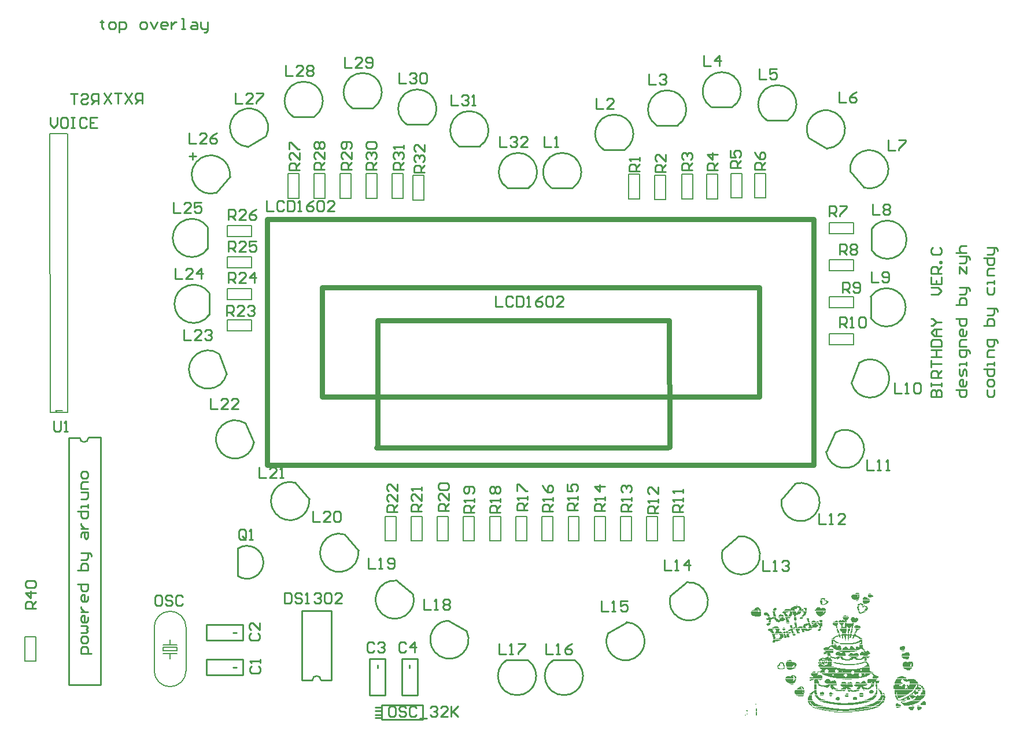
<source format=gto>
G04*
G04 #@! TF.GenerationSoftware,Altium Limited,Altium Designer,21.2.1 (34)*
G04*
G04 Layer_Color=65535*
%FSLAX24Y24*%
%MOIN*%
G70*
G04*
G04 #@! TF.SameCoordinates,E21C5DDE-85CC-462C-932C-37DFDCE46009*
G04*
G04*
G04 #@! TF.FilePolarity,Positive*
G04*
G01*
G75*
%ADD10C,0.0100*%
%ADD11C,0.0080*%
%ADD12C,0.0079*%
%ADD13C,0.0037*%
%ADD14C,0.0059*%
%ADD15C,0.0300*%
%ADD16C,0.0060*%
D10*
X12800Y9411D02*
G03*
X12800Y10989I529J789D01*
G01*
X11067Y29505D02*
G03*
X11067Y28282I-917J-611D01*
G01*
X11167Y25705D02*
G03*
X11167Y24482I-917J-611D01*
G01*
X20611Y36383D02*
G03*
X19389Y36383I-611J917D01*
G01*
X14438Y34761D02*
G03*
X13379Y34150I-988J489D01*
G01*
X12346Y32429D02*
G03*
X11560Y31492I-1096J121D01*
G01*
X44137Y13793D02*
G03*
X44923Y14730I1096J-121D01*
G01*
X40742Y10910D02*
G03*
X41679Y11696I1058J-310D01*
G01*
X21971Y9146D02*
G03*
X22908Y8360I-121J-1096D01*
G01*
X3693Y17379D02*
G03*
X4193Y17379I250J0D01*
G01*
X17600Y3400D02*
G03*
X17100Y3400I-250J0D01*
G01*
X29561Y31776D02*
G03*
X28339Y31776I-611J917D01*
G01*
X26761Y34183D02*
G03*
X25539Y34183I-611J917D01*
G01*
X23761Y35433D02*
G03*
X22539Y35433I-611J917D01*
G01*
X17211Y35883D02*
G03*
X15989Y35883I-611J917D01*
G01*
X11743Y22199D02*
G03*
X12161Y21050I-653J-888D01*
G01*
X13220Y18224D02*
G03*
X13737Y17116I-573J-942D01*
G01*
X16127Y14787D02*
G03*
X16913Y13850I-310J-1058D01*
G01*
X18960Y11808D02*
G03*
X19746Y10871I-310J-1058D01*
G01*
X24929Y6844D02*
G03*
X25988Y6232I71J-1100D01*
G01*
X28289Y4561D02*
G03*
X29511Y4561I611J-917D01*
G01*
X30989D02*
G03*
X32211Y4561I611J-917D01*
G01*
X34162Y6139D02*
G03*
X35221Y6750I988J-489D01*
G01*
X37742Y8260D02*
G03*
X38679Y9046I1058J-310D01*
G01*
X46713Y16566D02*
G03*
X47230Y17674I1090J167D01*
G01*
X48179Y20533D02*
G03*
X48597Y21682I1071J261D01*
G01*
X49283Y24282D02*
G03*
X49283Y25505I917J611D01*
G01*
X49333Y28182D02*
G03*
X49333Y29405I917J611D01*
G01*
X48890Y31792D02*
G03*
X48104Y32729I310J1058D01*
G01*
X46771Y34050D02*
G03*
X45712Y34661I-71J1100D01*
G01*
X44511Y35683D02*
G03*
X43289Y35683I-611J917D01*
G01*
X41311Y36433D02*
G03*
X40089Y36433I-611J917D01*
G01*
X38161Y35383D02*
G03*
X36939Y35383I-611J917D01*
G01*
X35111Y33983D02*
G03*
X33889Y33983I-611J917D01*
G01*
X32111Y31776D02*
G03*
X30889Y31776I-611J917D01*
G01*
X12800Y10989D02*
X12800Y9411D01*
X11067Y28282D02*
Y29505D01*
X20724Y1408D02*
X21091D01*
X20743Y1250D02*
X21091D01*
X23453Y1136D02*
Y1963D01*
X21091Y1136D02*
Y1963D01*
Y1136D02*
X23453D01*
X21091Y1963D02*
X23453D01*
X20724Y1640D02*
X21091D01*
X20731Y1839D02*
X21091D01*
X20400Y2550D02*
X21300D01*
X20400D02*
Y4650D01*
X21300D01*
Y2550D02*
Y4650D01*
X20850Y4091D02*
Y4287D01*
X22250Y2550D02*
X23150D01*
X22250D02*
Y4650D01*
X23150D01*
Y2550D02*
Y4650D01*
X22700Y4091D02*
Y4287D01*
X11167Y24482D02*
Y25705D01*
X19389Y36383D02*
X20611D01*
X13379Y34150D02*
X14438Y34761D01*
X11560Y31492D02*
X12346Y32429D01*
X44137Y13793D02*
X44923Y14730D01*
X13220Y18224D02*
X13737Y17116D01*
X46713Y16566D02*
X47230Y17674D01*
X48179Y20533D02*
X48597Y21682D01*
X40742Y10910D02*
X41679Y11696D01*
X21971Y9146D02*
X22908Y8360D01*
X4203Y17391D02*
X4892D01*
Y3127D02*
Y17391D01*
X3047Y3127D02*
X4892D01*
X3047D02*
Y17381D01*
X3692D01*
X17600Y3400D02*
X18200D01*
X16500D02*
X17100D01*
X16500D02*
Y7400D01*
X18200D01*
Y3400D02*
Y7400D01*
X11001Y5695D02*
Y6595D01*
X13101D01*
Y5695D02*
Y6595D01*
X11001Y5695D02*
X13101D01*
X12542Y6145D02*
X12738D01*
X11000Y3700D02*
Y4600D01*
X13100D01*
Y3700D02*
Y4600D01*
X11000Y3700D02*
X13100D01*
X12541Y4150D02*
X12737D01*
X28339Y31776D02*
X29561D01*
X25539Y34183D02*
X26761D01*
X22539Y35433D02*
X23761D01*
X15989Y35883D02*
X17211D01*
X11743Y22199D02*
X12161Y21050D01*
X16127Y14787D02*
X16913Y13850D01*
X18960Y11808D02*
X19746Y10871D01*
X24929Y6844D02*
X25988Y6232D01*
X28289Y4561D02*
X29511D01*
X30989D02*
X32211D01*
X34162Y6139D02*
X35221Y6750D01*
X37742Y8260D02*
X38679Y9046D01*
X49283Y24282D02*
Y25505D01*
X49333Y28182D02*
Y29405D01*
X48104Y32729D02*
X48890Y31792D01*
X45712Y34661D02*
X46771Y34050D01*
X43289Y35683D02*
X44511D01*
X40089Y36433D02*
X41311D01*
X36939Y35383D02*
X38161D01*
X33889Y33983D02*
X35111D01*
X30889Y31776D02*
X32111D01*
X7300Y36650D02*
Y37250D01*
X7000D01*
X6900Y37150D01*
Y36950D01*
X7000Y36850D01*
X7300D01*
X7100D02*
X6900Y36650D01*
X6700Y37250D02*
X6300Y36650D01*
Y37250D02*
X6700Y36650D01*
X6100Y37250D02*
X5700D01*
X5900D01*
Y36650D01*
X5500Y37250D02*
X5100Y36650D01*
Y37250D02*
X5500Y36650D01*
X4750Y36600D02*
Y37200D01*
X4450D01*
X4350Y37100D01*
Y36900D01*
X4450Y36800D01*
X4750D01*
X4550D02*
X4350Y36600D01*
X3750Y37100D02*
X3850Y37200D01*
X4050D01*
X4150Y37100D01*
Y37000D01*
X4050Y36900D01*
X3850D01*
X3750Y36800D01*
Y36700D01*
X3850Y36600D01*
X4050D01*
X4150Y36700D01*
X3550Y37200D02*
X3151D01*
X3350D01*
Y36600D01*
X10000Y33600D02*
X10400D01*
X10200Y33800D02*
Y33400D01*
X27650Y25550D02*
Y24950D01*
X28050D01*
X28650Y25450D02*
X28550Y25550D01*
X28350D01*
X28250Y25450D01*
Y25050D01*
X28350Y24950D01*
X28550D01*
X28650Y25050D01*
X28850Y25550D02*
Y24950D01*
X29150D01*
X29249Y25050D01*
Y25450D01*
X29150Y25550D01*
X28850D01*
X29449Y24950D02*
X29649D01*
X29549D01*
Y25550D01*
X29449Y25450D01*
X30349Y25550D02*
X30149Y25450D01*
X29949Y25250D01*
Y25050D01*
X30049Y24950D01*
X30249D01*
X30349Y25050D01*
Y25150D01*
X30249Y25250D01*
X29949D01*
X30549Y25450D02*
X30649Y25550D01*
X30849D01*
X30949Y25450D01*
Y25050D01*
X30849Y24950D01*
X30649D01*
X30549Y25050D01*
Y25450D01*
X31549Y24950D02*
X31149D01*
X31549Y25350D01*
Y25450D01*
X31449Y25550D01*
X31249D01*
X31149Y25450D01*
X4950Y41450D02*
Y41350D01*
X4850D01*
X5050D01*
X4950D01*
Y41050D01*
X5050Y40950D01*
X5450D02*
X5650D01*
X5750Y41050D01*
Y41250D01*
X5650Y41350D01*
X5450D01*
X5350Y41250D01*
Y41050D01*
X5450Y40950D01*
X5950Y40750D02*
Y41350D01*
X6250D01*
X6350Y41250D01*
Y41050D01*
X6250Y40950D01*
X5950D01*
X7249D02*
X7449D01*
X7549Y41050D01*
Y41250D01*
X7449Y41350D01*
X7249D01*
X7149Y41250D01*
Y41050D01*
X7249Y40950D01*
X7749Y41350D02*
X7949Y40950D01*
X8149Y41350D01*
X8649Y40950D02*
X8449D01*
X8349Y41050D01*
Y41250D01*
X8449Y41350D01*
X8649D01*
X8749Y41250D01*
Y41150D01*
X8349D01*
X8949Y41350D02*
Y40950D01*
Y41150D01*
X9049Y41250D01*
X9149Y41350D01*
X9249D01*
X9548Y40950D02*
X9748D01*
X9648D01*
Y41550D01*
X9548D01*
X10148Y41350D02*
X10348D01*
X10448Y41250D01*
Y40950D01*
X10148D01*
X10048Y41050D01*
X10148Y41150D01*
X10448D01*
X10648Y41350D02*
Y41050D01*
X10748Y40950D01*
X11048D01*
Y40850D01*
X10948Y40750D01*
X10848D01*
X11048Y40950D02*
Y41350D01*
X52750Y19750D02*
X53350D01*
Y20050D01*
X53250Y20150D01*
X53150D01*
X53050Y20050D01*
Y19750D01*
Y20050D01*
X52950Y20150D01*
X52850D01*
X52750Y20050D01*
Y19750D01*
Y20350D02*
Y20550D01*
Y20450D01*
X53350D01*
Y20350D01*
Y20550D01*
Y20850D02*
X52750D01*
Y21150D01*
X52850Y21250D01*
X53050D01*
X53150Y21150D01*
Y20850D01*
Y21050D02*
X53350Y21250D01*
X52750Y21449D02*
Y21849D01*
Y21649D01*
X53350D01*
X52750Y22049D02*
X53350D01*
X53050D01*
Y22449D01*
X52750D01*
X53350D01*
X52750Y22649D02*
X53350D01*
Y22949D01*
X53250Y23049D01*
X52850D01*
X52750Y22949D01*
Y22649D01*
X53350Y23249D02*
X52950D01*
X52750Y23449D01*
X52950Y23649D01*
X53350D01*
X53050D01*
Y23249D01*
X52750Y23849D02*
X52850D01*
X53050Y24049D01*
X52850Y24249D01*
X52750D01*
X53050Y24049D02*
X53350D01*
X52750Y25648D02*
X53150D01*
X53350Y25848D01*
X53150Y26048D01*
X52750D01*
Y26648D02*
Y26248D01*
X53350D01*
Y26648D01*
X53050Y26248D02*
Y26448D01*
X53350Y26848D02*
X52750D01*
Y27148D01*
X52850Y27248D01*
X53050D01*
X53150Y27148D01*
Y26848D01*
Y27048D02*
X53350Y27248D01*
Y27448D02*
X53250D01*
Y27547D01*
X53350D01*
Y27448D01*
X52850Y28347D02*
X52750Y28247D01*
Y28047D01*
X52850Y27947D01*
X53250D01*
X53350Y28047D01*
Y28247D01*
X53250Y28347D01*
X54200Y20150D02*
X54800D01*
Y19850D01*
X54700Y19750D01*
X54500D01*
X54400Y19850D01*
Y20150D01*
X54800Y20650D02*
Y20450D01*
X54700Y20350D01*
X54500D01*
X54400Y20450D01*
Y20650D01*
X54500Y20750D01*
X54600D01*
Y20350D01*
X54800Y20950D02*
Y21250D01*
X54700Y21349D01*
X54600Y21250D01*
Y21050D01*
X54500Y20950D01*
X54400Y21050D01*
Y21349D01*
X54800Y21549D02*
Y21749D01*
Y21649D01*
X54400D01*
Y21549D01*
X55000Y22249D02*
Y22349D01*
X54900Y22449D01*
X54400D01*
Y22149D01*
X54500Y22049D01*
X54700D01*
X54800Y22149D01*
Y22449D01*
Y22649D02*
X54400D01*
Y22949D01*
X54500Y23049D01*
X54800D01*
Y23549D02*
Y23349D01*
X54700Y23249D01*
X54500D01*
X54400Y23349D01*
Y23549D01*
X54500Y23649D01*
X54600D01*
Y23249D01*
X54200Y24249D02*
X54800D01*
Y23949D01*
X54700Y23849D01*
X54500D01*
X54400Y23949D01*
Y24249D01*
X54200Y25048D02*
X54800D01*
Y25348D01*
X54700Y25448D01*
X54600D01*
X54500D01*
X54400Y25348D01*
Y25048D01*
Y25648D02*
X54700D01*
X54800Y25748D01*
Y26048D01*
X54900D01*
X55000Y25948D01*
Y25848D01*
X54800Y26048D02*
X54400D01*
Y26848D02*
Y27248D01*
X54800Y26848D01*
Y27248D01*
X54400Y27448D02*
X54700D01*
X54800Y27547D01*
Y27847D01*
X54900D01*
X55000Y27747D01*
Y27647D01*
X54800Y27847D02*
X54400D01*
X54200Y28047D02*
X54800D01*
X54500D01*
X54400Y28147D01*
Y28347D01*
X54500Y28447D01*
X54800D01*
X56000Y20150D02*
Y19850D01*
X56100Y19750D01*
X56300D01*
X56400Y19850D01*
Y20150D01*
Y20450D02*
Y20650D01*
X56300Y20750D01*
X56100D01*
X56000Y20650D01*
Y20450D01*
X56100Y20350D01*
X56300D01*
X56400Y20450D01*
X55800Y21349D02*
X56400D01*
Y21050D01*
X56300Y20950D01*
X56100D01*
X56000Y21050D01*
Y21349D01*
X56400Y21549D02*
Y21749D01*
Y21649D01*
X56000D01*
Y21549D01*
X56400Y22049D02*
X56000D01*
Y22349D01*
X56100Y22449D01*
X56400D01*
X56600Y22849D02*
Y22949D01*
X56500Y23049D01*
X56000D01*
Y22749D01*
X56100Y22649D01*
X56300D01*
X56400Y22749D01*
Y23049D01*
X55800Y23849D02*
X56400D01*
Y24149D01*
X56300Y24249D01*
X56200D01*
X56100D01*
X56000Y24149D01*
Y23849D01*
Y24448D02*
X56300D01*
X56400Y24548D01*
Y24848D01*
X56500D01*
X56600Y24748D01*
Y24648D01*
X56400Y24848D02*
X56000D01*
Y26048D02*
Y25748D01*
X56100Y25648D01*
X56300D01*
X56400Y25748D01*
Y26048D01*
Y26248D02*
Y26448D01*
Y26348D01*
X56000D01*
Y26248D01*
X56400Y26748D02*
X56000D01*
Y27048D01*
X56100Y27148D01*
X56400D01*
X55800Y27747D02*
X56400D01*
Y27448D01*
X56300Y27348D01*
X56100D01*
X56000Y27448D01*
Y27747D01*
Y27947D02*
X56300D01*
X56400Y28047D01*
Y28347D01*
X56500D01*
X56600Y28247D01*
Y28147D01*
X56400Y28347D02*
X56000D01*
X4350Y4950D02*
X3750D01*
Y5250D01*
X3850Y5350D01*
X4050D01*
X4150Y5250D01*
Y4950D01*
Y5650D02*
Y5850D01*
X4050Y5950D01*
X3850D01*
X3750Y5850D01*
Y5650D01*
X3850Y5550D01*
X4050D01*
X4150Y5650D01*
X3750Y6150D02*
X4050D01*
X4150Y6250D01*
X4050Y6350D01*
X4150Y6450D01*
X4050Y6549D01*
X3750D01*
X4150Y7049D02*
Y6849D01*
X4050Y6749D01*
X3850D01*
X3750Y6849D01*
Y7049D01*
X3850Y7149D01*
X3950D01*
Y6749D01*
X3750Y7349D02*
X4150D01*
X3950D01*
X3850Y7449D01*
X3750Y7549D01*
Y7649D01*
X4150Y8249D02*
Y8049D01*
X4050Y7949D01*
X3850D01*
X3750Y8049D01*
Y8249D01*
X3850Y8349D01*
X3950D01*
Y7949D01*
X3550Y8949D02*
X4150D01*
Y8649D01*
X4050Y8549D01*
X3850D01*
X3750Y8649D01*
Y8949D01*
X3550Y9748D02*
X4150D01*
Y10048D01*
X4050Y10148D01*
X3950D01*
X3850D01*
X3750Y10048D01*
Y9748D01*
Y10348D02*
X4050D01*
X4150Y10448D01*
Y10748D01*
X4250D01*
X4350Y10648D01*
Y10548D01*
X4150Y10748D02*
X3750D01*
Y11648D02*
Y11848D01*
X3850Y11948D01*
X4150D01*
Y11648D01*
X4050Y11548D01*
X3950Y11648D01*
Y11948D01*
X3750Y12148D02*
X4150D01*
X3950D01*
X3850Y12248D01*
X3750Y12348D01*
Y12448D01*
X3550Y13147D02*
X4150D01*
Y12847D01*
X4050Y12747D01*
X3850D01*
X3750Y12847D01*
Y13147D01*
X4150Y13347D02*
Y13547D01*
Y13447D01*
X3750D01*
Y13347D01*
Y13847D02*
X4050D01*
X4150Y13947D01*
Y14247D01*
X3750D01*
X4150Y14447D02*
X3750D01*
Y14747D01*
X3850Y14847D01*
X4150D01*
Y15147D02*
Y15347D01*
X4050Y15447D01*
X3850D01*
X3750Y15347D01*
Y15147D01*
X3850Y15047D01*
X4050D01*
X4150Y15147D01*
X21793Y1900D02*
X21593D01*
X21493Y1800D01*
Y1400D01*
X21593Y1300D01*
X21793D01*
X21893Y1400D01*
Y1800D01*
X21793Y1900D01*
X22492Y1800D02*
X22392Y1900D01*
X22193D01*
X22093Y1800D01*
Y1700D01*
X22193Y1600D01*
X22392D01*
X22492Y1500D01*
Y1400D01*
X22392Y1300D01*
X22193D01*
X22093Y1400D01*
X23092Y1800D02*
X22992Y1900D01*
X22792D01*
X22692Y1800D01*
Y1400D01*
X22792Y1300D01*
X22992D01*
X23092Y1400D01*
X23292Y1200D02*
X23692D01*
X23892Y1800D02*
X23992Y1900D01*
X24192D01*
X24292Y1800D01*
Y1700D01*
X24192Y1600D01*
X24092D01*
X24192D01*
X24292Y1500D01*
Y1400D01*
X24192Y1300D01*
X23992D01*
X23892Y1400D01*
X24892Y1300D02*
X24492D01*
X24892Y1700D01*
Y1800D01*
X24792Y1900D01*
X24592D01*
X24492Y1800D01*
X25092Y1900D02*
Y1300D01*
Y1500D01*
X25491Y1900D01*
X25192Y1600D01*
X25491Y1300D01*
X22500Y5500D02*
X22400Y5600D01*
X22200D01*
X22100Y5500D01*
Y5100D01*
X22200Y5000D01*
X22400D01*
X22500Y5100D01*
X23000Y5000D02*
Y5600D01*
X22700Y5300D01*
X23100D01*
X20650Y5500D02*
X20550Y5600D01*
X20350D01*
X20250Y5500D01*
Y5100D01*
X20350Y5000D01*
X20550D01*
X20650Y5100D01*
X20850Y5500D02*
X20950Y5600D01*
X21150D01*
X21250Y5500D01*
Y5400D01*
X21150Y5300D01*
X21050D01*
X21150D01*
X21250Y5200D01*
Y5100D01*
X21150Y5000D01*
X20950D01*
X20850Y5100D01*
X20330Y10430D02*
Y9830D01*
X20730D01*
X20930D02*
X21130D01*
X21030D01*
Y10430D01*
X20930Y10330D01*
X21430Y9930D02*
X21530Y9830D01*
X21730D01*
X21830Y9930D01*
Y10330D01*
X21730Y10430D01*
X21530D01*
X21430Y10330D01*
Y10230D01*
X21530Y10130D01*
X21830D01*
X2010Y35840D02*
Y35440D01*
X2210Y35240D01*
X2410Y35440D01*
Y35840D01*
X2910D02*
X2710D01*
X2610Y35740D01*
Y35340D01*
X2710Y35240D01*
X2910D01*
X3010Y35340D01*
Y35740D01*
X2910Y35840D01*
X3210D02*
X3410D01*
X3310D01*
Y35240D01*
X3210D01*
X3410D01*
X4109Y35740D02*
X4009Y35840D01*
X3809D01*
X3709Y35740D01*
Y35340D01*
X3809Y35240D01*
X4009D01*
X4109Y35340D01*
X4709Y35840D02*
X4309D01*
Y35240D01*
X4709D01*
X4309Y35540D02*
X4509D01*
X2210Y18340D02*
Y17840D01*
X2310Y17740D01*
X2510D01*
X2610Y17840D01*
Y18340D01*
X2810Y17740D02*
X3010D01*
X2910D01*
Y18340D01*
X2810Y18240D01*
X13250Y11600D02*
Y12000D01*
X13150Y12100D01*
X12950D01*
X12850Y12000D01*
Y11600D01*
X12950Y11500D01*
X13150D01*
X13050Y11700D02*
X13250Y11500D01*
X13150D02*
X13250Y11600D01*
X13450Y11500D02*
X13650D01*
X13550D01*
Y12100D01*
X13450Y12000D01*
X8340Y8320D02*
X8140D01*
X8040Y8220D01*
Y7820D01*
X8140Y7720D01*
X8340D01*
X8440Y7820D01*
Y8220D01*
X8340Y8320D01*
X9040Y8220D02*
X8940Y8320D01*
X8740D01*
X8640Y8220D01*
Y8120D01*
X8740Y8020D01*
X8940D01*
X9040Y7920D01*
Y7820D01*
X8940Y7720D01*
X8740D01*
X8640Y7820D01*
X9639Y8220D02*
X9540Y8320D01*
X9340D01*
X9240Y8220D01*
Y7820D01*
X9340Y7720D01*
X9540D01*
X9639Y7820D01*
X14450Y31030D02*
Y30430D01*
X14850D01*
X15450Y30930D02*
X15350Y31030D01*
X15150D01*
X15050Y30930D01*
Y30530D01*
X15150Y30430D01*
X15350D01*
X15450Y30530D01*
X15650Y31030D02*
Y30430D01*
X15950D01*
X16049Y30530D01*
Y30930D01*
X15950Y31030D01*
X15650D01*
X16249Y30430D02*
X16449D01*
X16349D01*
Y31030D01*
X16249Y30930D01*
X17149Y31030D02*
X16949Y30930D01*
X16749Y30730D01*
Y30530D01*
X16849Y30430D01*
X17049D01*
X17149Y30530D01*
Y30630D01*
X17049Y30730D01*
X16749D01*
X17349Y30930D02*
X17449Y31030D01*
X17649D01*
X17749Y30930D01*
Y30530D01*
X17649Y30430D01*
X17449D01*
X17349Y30530D01*
Y30930D01*
X18349Y30430D02*
X17949D01*
X18349Y30830D01*
Y30930D01*
X18249Y31030D01*
X18049D01*
X17949Y30930D01*
X15510Y8430D02*
Y7830D01*
X15810D01*
X15910Y7930D01*
Y8330D01*
X15810Y8430D01*
X15510D01*
X16510Y8330D02*
X16410Y8430D01*
X16210D01*
X16110Y8330D01*
Y8230D01*
X16210Y8130D01*
X16410D01*
X16510Y8030D01*
Y7930D01*
X16410Y7830D01*
X16210D01*
X16110Y7930D01*
X16710Y7830D02*
X16910D01*
X16810D01*
Y8430D01*
X16710Y8330D01*
X17209D02*
X17309Y8430D01*
X17509D01*
X17609Y8330D01*
Y8230D01*
X17509Y8130D01*
X17409D01*
X17509D01*
X17609Y8030D01*
Y7930D01*
X17509Y7830D01*
X17309D01*
X17209Y7930D01*
X17809Y8330D02*
X17909Y8430D01*
X18109D01*
X18209Y8330D01*
Y7930D01*
X18109Y7830D01*
X17909D01*
X17809Y7930D01*
Y8330D01*
X18809Y7830D02*
X18409D01*
X18809Y8230D01*
Y8330D01*
X18709Y8430D01*
X18509D01*
X18409Y8330D01*
X13551Y6095D02*
X13451Y5995D01*
Y5795D01*
X13551Y5695D01*
X13951D01*
X14051Y5795D01*
Y5995D01*
X13951Y6095D01*
X14051Y6695D02*
Y6295D01*
X13651Y6695D01*
X13551D01*
X13451Y6595D01*
Y6395D01*
X13551Y6295D01*
X13600Y4200D02*
X13500Y4100D01*
Y3900D01*
X13600Y3800D01*
X14000D01*
X14100Y3900D01*
Y4100D01*
X14000Y4200D01*
X14100Y4400D02*
Y4600D01*
Y4500D01*
X13500D01*
X13600Y4400D01*
X27900Y34750D02*
Y34150D01*
X28300D01*
X28500Y34650D02*
X28600Y34750D01*
X28800D01*
X28900Y34650D01*
Y34550D01*
X28800Y34450D01*
X28700D01*
X28800D01*
X28900Y34350D01*
Y34250D01*
X28800Y34150D01*
X28600D01*
X28500Y34250D01*
X29499Y34150D02*
X29100D01*
X29499Y34550D01*
Y34650D01*
X29400Y34750D01*
X29200D01*
X29100Y34650D01*
X25100Y37150D02*
Y36550D01*
X25500D01*
X25700Y37050D02*
X25800Y37150D01*
X26000D01*
X26100Y37050D01*
Y36950D01*
X26000Y36850D01*
X25900D01*
X26000D01*
X26100Y36750D01*
Y36650D01*
X26000Y36550D01*
X25800D01*
X25700Y36650D01*
X26300Y36550D02*
X26500D01*
X26400D01*
Y37150D01*
X26300Y37050D01*
X22100Y38400D02*
Y37800D01*
X22500D01*
X22700Y38300D02*
X22800Y38400D01*
X23000D01*
X23100Y38300D01*
Y38200D01*
X23000Y38100D01*
X22900D01*
X23000D01*
X23100Y38000D01*
Y37900D01*
X23000Y37800D01*
X22800D01*
X22700Y37900D01*
X23300Y38300D02*
X23400Y38400D01*
X23600D01*
X23699Y38300D01*
Y37900D01*
X23600Y37800D01*
X23400D01*
X23300Y37900D01*
Y38300D01*
X18950Y39300D02*
Y38700D01*
X19350D01*
X19950D02*
X19550D01*
X19950Y39100D01*
Y39200D01*
X19850Y39300D01*
X19650D01*
X19550Y39200D01*
X20150Y38800D02*
X20250Y38700D01*
X20450D01*
X20550Y38800D01*
Y39200D01*
X20450Y39300D01*
X20250D01*
X20150Y39200D01*
Y39100D01*
X20250Y39000D01*
X20550D01*
X15550Y38850D02*
Y38250D01*
X15950D01*
X16550D02*
X16150D01*
X16550Y38650D01*
Y38750D01*
X16450Y38850D01*
X16250D01*
X16150Y38750D01*
X16750D02*
X16850Y38850D01*
X17050D01*
X17149Y38750D01*
Y38650D01*
X17050Y38550D01*
X17149Y38450D01*
Y38350D01*
X17050Y38250D01*
X16850D01*
X16750Y38350D01*
Y38450D01*
X16850Y38550D01*
X16750Y38650D01*
Y38750D01*
X16850Y38550D02*
X17050D01*
X12650Y37250D02*
Y36650D01*
X13050D01*
X13650D02*
X13250D01*
X13650Y37050D01*
Y37150D01*
X13550Y37250D01*
X13350D01*
X13250Y37150D01*
X13850Y37250D02*
X14250D01*
Y37150D01*
X13850Y36750D01*
Y36650D01*
X10000Y34950D02*
Y34350D01*
X10400D01*
X11000D02*
X10600D01*
X11000Y34750D01*
Y34850D01*
X10900Y34950D01*
X10700D01*
X10600Y34850D01*
X11600Y34950D02*
X11400Y34850D01*
X11200Y34650D01*
Y34450D01*
X11300Y34350D01*
X11500D01*
X11600Y34450D01*
Y34550D01*
X11500Y34650D01*
X11200D01*
X9100Y30950D02*
Y30350D01*
X9500D01*
X10100D02*
X9700D01*
X10100Y30750D01*
Y30850D01*
X10000Y30950D01*
X9800D01*
X9700Y30850D01*
X10699Y30950D02*
X10300D01*
Y30650D01*
X10500Y30750D01*
X10600D01*
X10699Y30650D01*
Y30450D01*
X10600Y30350D01*
X10400D01*
X10300Y30450D01*
X9200Y27150D02*
Y26550D01*
X9600D01*
X10200D02*
X9800D01*
X10200Y26950D01*
Y27050D01*
X10100Y27150D01*
X9900D01*
X9800Y27050D01*
X10700Y26550D02*
Y27150D01*
X10400Y26850D01*
X10799D01*
X9710Y23620D02*
Y23020D01*
X10110D01*
X10710D02*
X10310D01*
X10710Y23420D01*
Y23520D01*
X10610Y23620D01*
X10410D01*
X10310Y23520D01*
X10910D02*
X11010Y23620D01*
X11210D01*
X11309Y23520D01*
Y23420D01*
X11210Y23320D01*
X11110D01*
X11210D01*
X11309Y23220D01*
Y23120D01*
X11210Y23020D01*
X11010D01*
X10910Y23120D01*
X11220Y19640D02*
Y19040D01*
X11620D01*
X12220D02*
X11820D01*
X12220Y19440D01*
Y19540D01*
X12120Y19640D01*
X11920D01*
X11820Y19540D01*
X12819Y19040D02*
X12420D01*
X12819Y19440D01*
Y19540D01*
X12720Y19640D01*
X12520D01*
X12420Y19540D01*
X14017Y15679D02*
Y15079D01*
X14417D01*
X15017D02*
X14617D01*
X15017Y15479D01*
Y15579D01*
X14917Y15679D01*
X14717D01*
X14617Y15579D01*
X15217Y15079D02*
X15417D01*
X15317D01*
Y15679D01*
X15217Y15579D01*
X17130Y13150D02*
Y12550D01*
X17530D01*
X18130D02*
X17730D01*
X18130Y12950D01*
Y13050D01*
X18030Y13150D01*
X17830D01*
X17730Y13050D01*
X18330D02*
X18430Y13150D01*
X18630D01*
X18729Y13050D01*
Y12650D01*
X18630Y12550D01*
X18430D01*
X18330Y12650D01*
Y13050D01*
X23530Y8060D02*
Y7460D01*
X23930D01*
X24130D02*
X24330D01*
X24230D01*
Y8060D01*
X24130Y7960D01*
X24630D02*
X24730Y8060D01*
X24930D01*
X25030Y7960D01*
Y7860D01*
X24930Y7760D01*
X25030Y7660D01*
Y7560D01*
X24930Y7460D01*
X24730D01*
X24630Y7560D01*
Y7660D01*
X24730Y7760D01*
X24630Y7860D01*
Y7960D01*
X24730Y7760D02*
X24930D01*
X27850Y5510D02*
Y4910D01*
X28250D01*
X28450D02*
X28650D01*
X28550D01*
Y5510D01*
X28450Y5410D01*
X28950Y5510D02*
X29350D01*
Y5410D01*
X28950Y5010D01*
Y4910D01*
X30550Y5510D02*
Y4910D01*
X30950D01*
X31150D02*
X31350D01*
X31250D01*
Y5510D01*
X31150Y5410D01*
X32050Y5510D02*
X31850Y5410D01*
X31650Y5210D01*
Y5010D01*
X31750Y4910D01*
X31950D01*
X32050Y5010D01*
Y5110D01*
X31950Y5210D01*
X31650D01*
X33770Y7960D02*
Y7360D01*
X34170D01*
X34370D02*
X34570D01*
X34470D01*
Y7960D01*
X34370Y7860D01*
X35270Y7960D02*
X34870D01*
Y7660D01*
X35070Y7760D01*
X35170D01*
X35270Y7660D01*
Y7460D01*
X35170Y7360D01*
X34970D01*
X34870Y7460D01*
X37400Y10330D02*
Y9730D01*
X37800D01*
X38000D02*
X38200D01*
X38100D01*
Y10330D01*
X38000Y10230D01*
X38800Y9730D02*
Y10330D01*
X38500Y10030D01*
X38900D01*
X43050Y10300D02*
Y9700D01*
X43450D01*
X43650D02*
X43850D01*
X43750D01*
Y10300D01*
X43650Y10200D01*
X44150D02*
X44250Y10300D01*
X44450D01*
X44550Y10200D01*
Y10100D01*
X44450Y10000D01*
X44350D01*
X44450D01*
X44550Y9900D01*
Y9800D01*
X44450Y9700D01*
X44250D01*
X44150Y9800D01*
X46300Y12994D02*
Y12394D01*
X46700D01*
X46900D02*
X47100D01*
X47000D01*
Y12994D01*
X46900Y12894D01*
X47800Y12394D02*
X47400D01*
X47800Y12794D01*
Y12894D01*
X47700Y12994D01*
X47500D01*
X47400Y12894D01*
X49050Y16094D02*
Y15494D01*
X49450D01*
X49650D02*
X49850D01*
X49750D01*
Y16094D01*
X49650Y15994D01*
X50150Y15494D02*
X50350D01*
X50250D01*
Y16094D01*
X50150Y15994D01*
X50650Y20544D02*
Y19944D01*
X51050D01*
X51250D02*
X51450D01*
X51350D01*
Y20544D01*
X51250Y20444D01*
X51750D02*
X51850Y20544D01*
X52050D01*
X52150Y20444D01*
Y20044D01*
X52050Y19944D01*
X51850D01*
X51750Y20044D01*
Y20444D01*
X49330Y26950D02*
Y26350D01*
X49730D01*
X49930Y26450D02*
X50030Y26350D01*
X50230D01*
X50330Y26450D01*
Y26850D01*
X50230Y26950D01*
X50030D01*
X49930Y26850D01*
Y26750D01*
X50030Y26650D01*
X50330D01*
X49380Y30850D02*
Y30250D01*
X49780D01*
X49980Y30750D02*
X50080Y30850D01*
X50280D01*
X50380Y30750D01*
Y30650D01*
X50280Y30550D01*
X50380Y30450D01*
Y30350D01*
X50280Y30250D01*
X50080D01*
X49980Y30350D01*
Y30450D01*
X50080Y30550D01*
X49980Y30650D01*
Y30750D01*
X50080Y30550D02*
X50280D01*
X50300Y34550D02*
Y33950D01*
X50700D01*
X50900Y34550D02*
X51300D01*
Y34450D01*
X50900Y34050D01*
Y33950D01*
X47450Y37300D02*
Y36700D01*
X47850D01*
X48450Y37300D02*
X48250Y37200D01*
X48050Y37000D01*
Y36800D01*
X48150Y36700D01*
X48350D01*
X48450Y36800D01*
Y36900D01*
X48350Y37000D01*
X48050D01*
X42850Y38650D02*
Y38050D01*
X43250D01*
X43850Y38650D02*
X43450D01*
Y38350D01*
X43650Y38450D01*
X43750D01*
X43850Y38350D01*
Y38150D01*
X43750Y38050D01*
X43550D01*
X43450Y38150D01*
X39650Y39400D02*
Y38800D01*
X40050D01*
X40550D02*
Y39400D01*
X40250Y39100D01*
X40650D01*
X36500Y38350D02*
Y37750D01*
X36900D01*
X37100Y38250D02*
X37200Y38350D01*
X37400D01*
X37500Y38250D01*
Y38150D01*
X37400Y38050D01*
X37300D01*
X37400D01*
X37500Y37950D01*
Y37850D01*
X37400Y37750D01*
X37200D01*
X37100Y37850D01*
X33450Y36950D02*
Y36350D01*
X33850D01*
X34450D02*
X34050D01*
X34450Y36750D01*
Y36850D01*
X34350Y36950D01*
X34150D01*
X34050Y36850D01*
X30450Y34750D02*
Y34150D01*
X30850D01*
X31050D02*
X31250D01*
X31150D01*
Y34750D01*
X31050Y34650D01*
X1150Y7550D02*
X550D01*
Y7850D01*
X650Y7950D01*
X850D01*
X950Y7850D01*
Y7550D01*
Y7750D02*
X1150Y7950D01*
Y8450D02*
X550D01*
X850Y8150D01*
Y8550D01*
X650Y8750D02*
X550Y8850D01*
Y9050D01*
X650Y9150D01*
X1050D01*
X1150Y9050D01*
Y8850D01*
X1050Y8750D01*
X650D01*
X23550Y32687D02*
X22950D01*
Y32986D01*
X23050Y33086D01*
X23250D01*
X23350Y32986D01*
Y32687D01*
Y32887D02*
X23550Y33086D01*
X23050Y33286D02*
X22950Y33386D01*
Y33586D01*
X23050Y33686D01*
X23150D01*
X23250Y33586D01*
Y33486D01*
Y33586D01*
X23350Y33686D01*
X23450D01*
X23550Y33586D01*
Y33386D01*
X23450Y33286D01*
X23550Y34286D02*
Y33886D01*
X23150Y34286D01*
X23050D01*
X22950Y34186D01*
Y33986D01*
X23050Y33886D01*
X22350Y32844D02*
X21750D01*
Y33144D01*
X21850Y33244D01*
X22050D01*
X22150Y33144D01*
Y32844D01*
Y33044D02*
X22350Y33244D01*
X21850Y33444D02*
X21750Y33544D01*
Y33744D01*
X21850Y33844D01*
X21950D01*
X22050Y33744D01*
Y33644D01*
Y33744D01*
X22150Y33844D01*
X22250D01*
X22350Y33744D01*
Y33544D01*
X22250Y33444D01*
X22350Y34044D02*
Y34243D01*
Y34144D01*
X21750D01*
X21850Y34044D01*
X20800Y32844D02*
X20200D01*
Y33144D01*
X20300Y33244D01*
X20500D01*
X20600Y33144D01*
Y32844D01*
Y33044D02*
X20800Y33244D01*
X20300Y33444D02*
X20200Y33544D01*
Y33744D01*
X20300Y33844D01*
X20400D01*
X20500Y33744D01*
Y33644D01*
Y33744D01*
X20600Y33844D01*
X20700D01*
X20800Y33744D01*
Y33544D01*
X20700Y33444D01*
X20300Y34044D02*
X20200Y34144D01*
Y34343D01*
X20300Y34443D01*
X20700D01*
X20800Y34343D01*
Y34144D01*
X20700Y34044D01*
X20300D01*
X19350Y32838D02*
X18750D01*
Y33138D01*
X18850Y33238D01*
X19050D01*
X19150Y33138D01*
Y32838D01*
Y33038D02*
X19350Y33238D01*
Y33837D02*
Y33437D01*
X18950Y33837D01*
X18850D01*
X18750Y33737D01*
Y33537D01*
X18850Y33437D01*
X19250Y34037D02*
X19350Y34137D01*
Y34337D01*
X19250Y34437D01*
X18850D01*
X18750Y34337D01*
Y34137D01*
X18850Y34037D01*
X18950D01*
X19050Y34137D01*
Y34437D01*
X17800Y32844D02*
X17200D01*
Y33144D01*
X17300Y33244D01*
X17500D01*
X17600Y33144D01*
Y32844D01*
Y33044D02*
X17800Y33244D01*
Y33844D02*
Y33444D01*
X17400Y33844D01*
X17300D01*
X17200Y33744D01*
Y33544D01*
X17300Y33444D01*
Y34044D02*
X17200Y34144D01*
Y34343D01*
X17300Y34443D01*
X17400D01*
X17500Y34343D01*
X17600Y34443D01*
X17700D01*
X17800Y34343D01*
Y34144D01*
X17700Y34044D01*
X17600D01*
X17500Y34144D01*
X17400Y34044D01*
X17300D01*
X17500Y34144D02*
Y34343D01*
X16350Y32794D02*
X15750D01*
Y33094D01*
X15850Y33194D01*
X16050D01*
X16150Y33094D01*
Y32794D01*
Y32994D02*
X16350Y33194D01*
Y33794D02*
Y33394D01*
X15950Y33794D01*
X15850D01*
X15750Y33694D01*
Y33494D01*
X15850Y33394D01*
X15750Y33994D02*
Y34393D01*
X15850D01*
X16250Y33994D01*
X16350D01*
X12260Y29940D02*
Y30540D01*
X12560D01*
X12660Y30440D01*
Y30240D01*
X12560Y30140D01*
X12260D01*
X12460D02*
X12660Y29940D01*
X13260D02*
X12860D01*
X13260Y30340D01*
Y30440D01*
X13160Y30540D01*
X12960D01*
X12860Y30440D01*
X13859Y30540D02*
X13660Y30440D01*
X13460Y30240D01*
Y30040D01*
X13560Y29940D01*
X13760D01*
X13859Y30040D01*
Y30140D01*
X13760Y30240D01*
X13460D01*
X12260Y28120D02*
Y28720D01*
X12560D01*
X12660Y28620D01*
Y28420D01*
X12560Y28320D01*
X12260D01*
X12460D02*
X12660Y28120D01*
X13260D02*
X12860D01*
X13260Y28520D01*
Y28620D01*
X13160Y28720D01*
X12960D01*
X12860Y28620D01*
X13859Y28720D02*
X13460D01*
Y28420D01*
X13660Y28520D01*
X13760D01*
X13859Y28420D01*
Y28220D01*
X13760Y28120D01*
X13560D01*
X13460Y28220D01*
X12260Y26300D02*
Y26900D01*
X12560D01*
X12660Y26800D01*
Y26600D01*
X12560Y26500D01*
X12260D01*
X12460D02*
X12660Y26300D01*
X13260D02*
X12860D01*
X13260Y26700D01*
Y26800D01*
X13160Y26900D01*
X12960D01*
X12860Y26800D01*
X13760Y26300D02*
Y26900D01*
X13460Y26600D01*
X13859D01*
X12150Y24394D02*
Y24994D01*
X12450D01*
X12550Y24894D01*
Y24694D01*
X12450Y24594D01*
X12150D01*
X12350D02*
X12550Y24394D01*
X13150D02*
X12750D01*
X13150Y24794D01*
Y24894D01*
X13050Y24994D01*
X12850D01*
X12750Y24894D01*
X13350D02*
X13450Y24994D01*
X13650D01*
X13750Y24894D01*
Y24794D01*
X13650Y24694D01*
X13550D01*
X13650D01*
X13750Y24594D01*
Y24494D01*
X13650Y24394D01*
X13450D01*
X13350Y24494D01*
X22000Y13094D02*
X21400D01*
Y13394D01*
X21500Y13494D01*
X21700D01*
X21800Y13394D01*
Y13094D01*
Y13294D02*
X22000Y13494D01*
Y14094D02*
Y13694D01*
X21600Y14094D01*
X21500D01*
X21400Y13994D01*
Y13794D01*
X21500Y13694D01*
X22000Y14693D02*
Y14294D01*
X21600Y14693D01*
X21500D01*
X21400Y14593D01*
Y14394D01*
X21500Y14294D01*
X23409Y13144D02*
X22809D01*
Y13444D01*
X22909Y13544D01*
X23109D01*
X23209Y13444D01*
Y13144D01*
Y13344D02*
X23409Y13544D01*
Y14144D02*
Y13744D01*
X23009Y14144D01*
X22909D01*
X22809Y14044D01*
Y13844D01*
X22909Y13744D01*
X23409Y14344D02*
Y14543D01*
Y14444D01*
X22809D01*
X22909Y14344D01*
X24968Y13188D02*
X24368D01*
Y13488D01*
X24468Y13588D01*
X24668D01*
X24768Y13488D01*
Y13188D01*
Y13388D02*
X24968Y13588D01*
Y14187D02*
Y13787D01*
X24568Y14187D01*
X24468D01*
X24368Y14087D01*
Y13887D01*
X24468Y13787D01*
Y14387D02*
X24368Y14487D01*
Y14687D01*
X24468Y14787D01*
X24868D01*
X24968Y14687D01*
Y14487D01*
X24868Y14387D01*
X24468D01*
X26427Y13088D02*
X25827D01*
Y13388D01*
X25927Y13488D01*
X26127D01*
X26227Y13388D01*
Y13088D01*
Y13288D02*
X26427Y13488D01*
Y13687D02*
Y13887D01*
Y13787D01*
X25827D01*
X25927Y13687D01*
X26327Y14187D02*
X26427Y14287D01*
Y14487D01*
X26327Y14587D01*
X25927D01*
X25827Y14487D01*
Y14287D01*
X25927Y14187D01*
X26027D01*
X26127Y14287D01*
Y14587D01*
X27936Y13088D02*
X27336D01*
Y13388D01*
X27436Y13488D01*
X27636D01*
X27736Y13388D01*
Y13088D01*
Y13288D02*
X27936Y13488D01*
Y13687D02*
Y13887D01*
Y13787D01*
X27336D01*
X27436Y13687D01*
Y14187D02*
X27336Y14287D01*
Y14487D01*
X27436Y14587D01*
X27536D01*
X27636Y14487D01*
X27736Y14587D01*
X27836D01*
X27936Y14487D01*
Y14287D01*
X27836Y14187D01*
X27736D01*
X27636Y14287D01*
X27536Y14187D01*
X27436D01*
X27636Y14287D02*
Y14487D01*
X29495Y13200D02*
X28896D01*
Y13500D01*
X28996Y13600D01*
X29195D01*
X29295Y13500D01*
Y13200D01*
Y13400D02*
X29495Y13600D01*
Y13800D02*
Y14000D01*
Y13900D01*
X28896D01*
X28996Y13800D01*
X28896Y14300D02*
Y14700D01*
X28996D01*
X29395Y14300D01*
X29495D01*
X30954Y13144D02*
X30355D01*
Y13444D01*
X30455Y13544D01*
X30655D01*
X30755Y13444D01*
Y13144D01*
Y13344D02*
X30954Y13544D01*
Y13744D02*
Y13944D01*
Y13844D01*
X30355D01*
X30455Y13744D01*
X30355Y14643D02*
X30455Y14444D01*
X30655Y14244D01*
X30854D01*
X30954Y14344D01*
Y14543D01*
X30854Y14643D01*
X30755D01*
X30655Y14543D01*
Y14244D01*
X32400Y13194D02*
X31800D01*
Y13494D01*
X31900Y13594D01*
X32100D01*
X32200Y13494D01*
Y13194D01*
Y13394D02*
X32400Y13594D01*
Y13794D02*
Y13994D01*
Y13894D01*
X31800D01*
X31900Y13794D01*
X31800Y14693D02*
Y14294D01*
X32100D01*
X32000Y14494D01*
Y14593D01*
X32100Y14693D01*
X32300D01*
X32400Y14593D01*
Y14394D01*
X32300Y14294D01*
X33973Y13188D02*
X33373D01*
Y13488D01*
X33473Y13588D01*
X33673D01*
X33773Y13488D01*
Y13188D01*
Y13388D02*
X33973Y13588D01*
Y13787D02*
Y13987D01*
Y13887D01*
X33373D01*
X33473Y13787D01*
X33973Y14587D02*
X33373D01*
X33673Y14287D01*
Y14687D01*
X35482Y13144D02*
X34882D01*
Y13444D01*
X34982Y13544D01*
X35182D01*
X35282Y13444D01*
Y13144D01*
Y13344D02*
X35482Y13544D01*
Y13744D02*
Y13944D01*
Y13844D01*
X34882D01*
X34982Y13744D01*
Y14244D02*
X34882Y14344D01*
Y14543D01*
X34982Y14643D01*
X35082D01*
X35182Y14543D01*
Y14444D01*
Y14543D01*
X35282Y14643D01*
X35382D01*
X35482Y14543D01*
Y14344D01*
X35382Y14244D01*
X37041Y13038D02*
X36441D01*
Y13338D01*
X36541Y13438D01*
X36741D01*
X36841Y13338D01*
Y13038D01*
Y13238D02*
X37041Y13438D01*
Y13637D02*
Y13837D01*
Y13737D01*
X36441D01*
X36541Y13637D01*
X37041Y14537D02*
Y14137D01*
X36641Y14537D01*
X36541D01*
X36441Y14437D01*
Y14237D01*
X36541Y14137D01*
X38450Y13100D02*
X37850D01*
Y13400D01*
X37950Y13500D01*
X38150D01*
X38250Y13400D01*
Y13100D01*
Y13300D02*
X38450Y13500D01*
Y13700D02*
Y13900D01*
Y13800D01*
X37850D01*
X37950Y13700D01*
X38450Y14200D02*
Y14400D01*
Y14300D01*
X37850D01*
X37950Y14200D01*
X47500Y23744D02*
Y24344D01*
X47800D01*
X47900Y24244D01*
Y24044D01*
X47800Y23944D01*
X47500D01*
X47700D02*
X47900Y23744D01*
X48100D02*
X48300D01*
X48200D01*
Y24344D01*
X48100Y24244D01*
X48600D02*
X48700Y24344D01*
X48900D01*
X49000Y24244D01*
Y23844D01*
X48900Y23744D01*
X48700D01*
X48600Y23844D01*
Y24244D01*
X47650Y25744D02*
Y26344D01*
X47950D01*
X48050Y26244D01*
Y26044D01*
X47950Y25944D01*
X47650D01*
X47850D02*
X48050Y25744D01*
X48250Y25844D02*
X48350Y25744D01*
X48550D01*
X48650Y25844D01*
Y26244D01*
X48550Y26344D01*
X48350D01*
X48250Y26244D01*
Y26144D01*
X48350Y26044D01*
X48650D01*
X47500Y27944D02*
Y28544D01*
X47800D01*
X47900Y28444D01*
Y28244D01*
X47800Y28144D01*
X47500D01*
X47700D02*
X47900Y27944D01*
X48100Y28444D02*
X48200Y28544D01*
X48400D01*
X48500Y28444D01*
Y28344D01*
X48400Y28244D01*
X48500Y28144D01*
Y28044D01*
X48400Y27944D01*
X48200D01*
X48100Y28044D01*
Y28144D01*
X48200Y28244D01*
X48100Y28344D01*
Y28444D01*
X48200Y28244D02*
X48400D01*
X46900Y30144D02*
Y30744D01*
X47200D01*
X47300Y30644D01*
Y30444D01*
X47200Y30344D01*
X46900D01*
X47100D02*
X47300Y30144D01*
X47500Y30744D02*
X47900D01*
Y30644D01*
X47500Y30244D01*
Y30144D01*
X43200Y32850D02*
X42600D01*
Y33150D01*
X42700Y33250D01*
X42900D01*
X43000Y33150D01*
Y32850D01*
Y33050D02*
X43200Y33250D01*
X42600Y33850D02*
X42700Y33650D01*
X42900Y33450D01*
X43100D01*
X43200Y33550D01*
Y33750D01*
X43100Y33850D01*
X43000D01*
X42900Y33750D01*
Y33450D01*
X41800Y32950D02*
X41200D01*
Y33250D01*
X41300Y33350D01*
X41500D01*
X41600Y33250D01*
Y32950D01*
Y33150D02*
X41800Y33350D01*
X41200Y33950D02*
Y33550D01*
X41500D01*
X41400Y33750D01*
Y33850D01*
X41500Y33950D01*
X41700D01*
X41800Y33850D01*
Y33650D01*
X41700Y33550D01*
X40450Y32800D02*
X39850D01*
Y33100D01*
X39950Y33200D01*
X40150D01*
X40250Y33100D01*
Y32800D01*
Y33000D02*
X40450Y33200D01*
Y33700D02*
X39850D01*
X40150Y33400D01*
Y33800D01*
X39000Y32806D02*
X38400D01*
Y33106D01*
X38500Y33206D01*
X38700D01*
X38800Y33106D01*
Y32806D01*
Y33006D02*
X39000Y33206D01*
X38500Y33406D02*
X38400Y33506D01*
Y33706D01*
X38500Y33806D01*
X38600D01*
X38700Y33706D01*
Y33606D01*
Y33706D01*
X38800Y33806D01*
X38900D01*
X39000Y33706D01*
Y33506D01*
X38900Y33406D01*
X37450Y32700D02*
X36850D01*
Y33000D01*
X36950Y33100D01*
X37150D01*
X37250Y33000D01*
Y32700D01*
Y32900D02*
X37450Y33100D01*
Y33700D02*
Y33300D01*
X37050Y33700D01*
X36950D01*
X36850Y33600D01*
Y33400D01*
X36950Y33300D01*
X35950Y32750D02*
X35350D01*
Y33050D01*
X35450Y33150D01*
X35650D01*
X35750Y33050D01*
Y32750D01*
Y32950D02*
X35950Y33150D01*
Y33350D02*
Y33550D01*
Y33450D01*
X35350D01*
X35450Y33350D01*
D11*
X7985Y3955D02*
G03*
X9815Y3956I915J-10D01*
G01*
X9815Y6455D02*
G03*
X7985Y6454I-915J10D01*
G01*
X9815Y3956D02*
Y6455D01*
X7985Y3955D02*
Y6454D01*
D12*
X1988Y18838D02*
X3012D01*
X3000Y34900D02*
X3012Y18838D01*
X1950Y34900D02*
X1988Y18838D01*
X1950Y34900D02*
X2974D01*
D13*
X48418Y8430D02*
X48567D01*
X48381Y8393D02*
X48604D01*
X49162D02*
X49273D01*
X48232Y8356D02*
X48493D01*
X48530D02*
X48604D01*
X49125D02*
X49311D01*
X48195Y8319D02*
X48493D01*
X48567D02*
X48604D01*
X49125D02*
X49348D01*
X48158Y8282D02*
X48493D01*
X48567D02*
X48604D01*
X49125D02*
X49385D01*
X48158Y8244D02*
X48493D01*
X48567D02*
X48604D01*
X49125D02*
X49385D01*
X48158Y8207D02*
X48493D01*
X48530D02*
X48604D01*
X48902D02*
X48976D01*
X49162D02*
X49311D01*
X48195Y8170D02*
X48604D01*
X48864D02*
X49050D01*
X46448Y8133D02*
X46596D01*
X48195D02*
X48567D01*
X48827D02*
X49050D01*
X46411Y8096D02*
X46485D01*
X46522D02*
X46634D01*
X48232D02*
X48567D01*
X48827D02*
X49162D01*
X46411Y8058D02*
X46448D01*
X46559D02*
X46634D01*
X48307D02*
X48567D01*
X48827D02*
X49199D01*
X46373Y8021D02*
X46448D01*
X46596D02*
X46745D01*
X48418D02*
X48530D01*
X48827D02*
X49199D01*
X46373Y7984D02*
X46448D01*
X46708D02*
X46782D01*
X48827D02*
X49199D01*
X46373Y7947D02*
X46448D01*
X46745D02*
X46820D01*
X48827D02*
X49199D01*
X46373Y7910D02*
X46448D01*
X46745D02*
X46782D01*
X48827D02*
X49162D01*
X46411Y7873D02*
X46448D01*
X46708D02*
X46782D01*
X48864D02*
X49125D01*
X46411Y7835D02*
X46448D01*
X46671D02*
X46745D01*
X48678D02*
X48716D01*
X48864D02*
X49013D01*
X46411Y7798D02*
X46448D01*
X46596D02*
X46708D01*
X48567D02*
X48790D01*
X46448Y7761D02*
X46596D01*
X48530D02*
X48641D01*
X48716D02*
X48827D01*
X44998Y7724D02*
X45035D01*
X48530D02*
X48604D01*
X48753D02*
X48827D01*
X48902D02*
X48939D01*
X44849Y7687D02*
X45146D01*
X48530D02*
X48604D01*
X48790D02*
X49013D01*
X44812Y7649D02*
X45184D01*
X48493D02*
X48567D01*
X48790D02*
X48864D01*
X48976D02*
X49050D01*
X42693Y7612D02*
X42804D01*
X44737D02*
X45035D01*
X45109D02*
X45221D01*
X46187D02*
X46336D01*
X48493D02*
X48567D01*
X49013D02*
X49050D01*
X42618Y7575D02*
X42841D01*
X43734D02*
X43808D01*
X44700D02*
X44998D01*
X45146D02*
X45258D01*
X45444D02*
X45555D01*
X46150D02*
X46373D01*
X46448D02*
X46596D01*
X48493D02*
X48567D01*
X49013D02*
X49087D01*
X42581Y7538D02*
X42730D01*
X42767D02*
X42878D01*
X43696D02*
X43845D01*
X44663D02*
X44886D01*
X44923D02*
X44998D01*
X45146D02*
X45258D01*
X45444D02*
X45555D01*
X46113D02*
X46634D01*
X48530D02*
X48567D01*
X48976D02*
X49087D01*
X42581Y7501D02*
X42730D01*
X42804D02*
X42878D01*
X43659D02*
X43845D01*
X44366D02*
X44589D01*
X44663D02*
X44849D01*
X45146D02*
X45258D01*
X45332D02*
X45370D01*
X45481D02*
X45555D01*
X46113D02*
X46671D01*
X48530D02*
X48604D01*
X48976D02*
X49050D01*
X42544Y7464D02*
X42767D01*
X42841D02*
X42916D01*
X43659D02*
X43808D01*
X44328D02*
X44663D01*
X44700D02*
X44849D01*
X45146D02*
X45258D01*
X45295D02*
X45370D01*
X45481D02*
X45555D01*
X46076D02*
X46559D01*
X46596D02*
X46671D01*
X48530D02*
X48604D01*
X48939D02*
X49050D01*
X42432Y7426D02*
X42767D01*
X42841D02*
X42916D01*
X43659D02*
X43771D01*
X44291D02*
X44700D01*
X44775D02*
X44886D01*
X45109D02*
X45258D01*
X45295D02*
X45407D01*
X45481D02*
X45555D01*
X46076D02*
X46559D01*
X46596D02*
X46671D01*
X48567D02*
X48604D01*
X48902D02*
X49013D01*
X42395Y7389D02*
X42767D01*
X42878D02*
X42916D01*
X43622D02*
X43771D01*
X44217D02*
X44514D01*
X44589D02*
X44700D01*
X44775D02*
X44923D01*
X45072D02*
X45258D01*
X45332D02*
X45555D01*
X46113D02*
X46522D01*
X46596D02*
X46671D01*
X48567D02*
X48641D01*
X48827D02*
X48976D01*
X42395Y7352D02*
X42804D01*
X42841D02*
X42916D01*
X43622D02*
X43734D01*
X44180D02*
X44403D01*
X44440D02*
X44477D01*
X44626D02*
X44737D01*
X44775D02*
X44961D01*
X45072D02*
X45221D01*
X45407D02*
X45555D01*
X46113D02*
X46522D01*
X46596D02*
X46671D01*
X48604D02*
X48641D01*
X48753D02*
X48902D01*
X42358Y7315D02*
X42916D01*
X43176D02*
X43287D01*
X43659D02*
X43734D01*
X44180D02*
X44366D01*
X44626D02*
X44737D01*
X44812D02*
X44961D01*
X45035D02*
X45221D01*
X45444D02*
X45518D01*
X46113D02*
X46485D01*
X46559D02*
X46634D01*
X48604D02*
X48827D01*
X42395Y7278D02*
X42916D01*
X43139D02*
X43325D01*
X43659D02*
X43734D01*
X44254D02*
X44366D01*
X44626D02*
X44737D01*
X44812D02*
X45184D01*
X45444D02*
X45518D01*
X46150D02*
X46485D01*
X46522D02*
X46596D01*
X48641D02*
X48716D01*
X42395Y7240D02*
X42916D01*
X43139D02*
X43362D01*
X43659D02*
X43771D01*
X44291D02*
X44403D01*
X44589D02*
X44737D01*
X44812D02*
X45146D01*
X45407D02*
X45518D01*
X46150D02*
X46596D01*
X42395Y7203D02*
X42916D01*
X43139D02*
X43399D01*
X43659D02*
X43771D01*
X44068D02*
X44105D01*
X44291D02*
X44440D01*
X44589D02*
X44737D01*
X44812D02*
X45072D01*
X45407D02*
X45481D01*
X46187D02*
X46559D01*
X42432Y7166D02*
X42916D01*
X43176D02*
X43399D01*
X43659D02*
X43771D01*
X43994D02*
X44180D01*
X44328D02*
X44477D01*
X44552D02*
X44700D01*
X44849D02*
X44961D01*
X45370D02*
X45481D01*
X46225D02*
X46485D01*
X42470Y7129D02*
X42916D01*
X43325D02*
X43436D01*
X43696D02*
X43808D01*
X43994D02*
X44068D01*
X44105D02*
X44217D01*
X44328D02*
X44477D01*
X44552D02*
X44700D01*
X44849D02*
X44923D01*
X45332D02*
X45444D01*
X46262D02*
X46448D01*
X47749D02*
X47823D01*
X42581Y7092D02*
X42878D01*
X43325D02*
X43436D01*
X43659D02*
X43808D01*
X43957D02*
X44068D01*
X44143D02*
X44217D01*
X44366D02*
X44663D01*
X44849D02*
X44923D01*
X45295D02*
X45407D01*
X46336D02*
X46411D01*
X47712D02*
X47972D01*
X43362Y7055D02*
X43473D01*
X43585D02*
X43808D01*
X43957D02*
X44068D01*
X44143D02*
X44217D01*
X44366D02*
X44626D01*
X44849D02*
X44961D01*
X45221D02*
X45370D01*
X47675D02*
X48009D01*
X48195D02*
X48307D01*
X43362Y7017D02*
X43808D01*
X44143D02*
X44217D01*
X44366D02*
X44589D01*
X44849D02*
X44961D01*
X45184D02*
X45332D01*
X47712D02*
X48009D01*
X48158D02*
X48344D01*
X48418D02*
X48455D01*
X43250Y6980D02*
X43659D01*
X43734D02*
X43845D01*
X44031D02*
X44291D01*
X44403D02*
X44477D01*
X44849D02*
X44961D01*
X45184D02*
X45332D01*
X45593D02*
X45704D01*
X47712D02*
X47972D01*
X48158D02*
X48530D01*
X43250Y6943D02*
X43548D01*
X43734D02*
X43882D01*
X44031D02*
X44328D01*
X44403D02*
X44477D01*
X44849D02*
X44998D01*
X45593D02*
X45704D01*
X47712D02*
X47935D01*
X48121D02*
X48530D01*
X43287Y6906D02*
X43511D01*
X43771D02*
X43920D01*
X44031D02*
X44328D01*
X44403D02*
X44514D01*
X44849D02*
X44961D01*
X45630D02*
X45704D01*
X47749D02*
X47935D01*
X48121D02*
X48530D01*
X43436Y6869D02*
X43511D01*
X43808D02*
X44254D01*
X44403D02*
X44514D01*
X44886D02*
X44961D01*
X45630D02*
X45704D01*
X46336D02*
X46448D01*
X47489D02*
X47526D01*
X47637D02*
X47712D01*
X47786D02*
X47861D01*
X48158D02*
X48530D01*
X43436Y6832D02*
X43511D01*
X43845D02*
X44217D01*
X44440D02*
X44514D01*
X45630D02*
X45704D01*
X45927D02*
X46039D01*
X46336D02*
X46448D01*
X47266D02*
X47340D01*
X47452D02*
X47749D01*
X47786D02*
X47861D01*
X48158D02*
X48493D01*
X43399Y6794D02*
X43511D01*
X43845D02*
X44031D01*
X44440D02*
X44552D01*
X45667D02*
X45741D01*
X45890D02*
X46076D01*
X46187D02*
X46225D01*
X46336D02*
X46448D01*
X47228D02*
X47377D01*
X47414D02*
X47749D01*
X47823D02*
X47861D01*
X48195D02*
X48455D01*
X43399Y6757D02*
X43511D01*
X43920D02*
X43994D01*
X44403D02*
X44552D01*
X44886D02*
X44961D01*
X45667D02*
X45741D01*
X45853D02*
X45964D01*
X46002D02*
X46113D01*
X46150D02*
X46262D01*
X46373D02*
X46448D01*
X47117D02*
X47377D01*
X47414D02*
X47749D01*
X47786D02*
X47861D01*
X48195D02*
X48418D01*
X43362Y6720D02*
X43511D01*
X44440D02*
X44552D01*
X44849D02*
X44998D01*
X45667D02*
X45778D01*
X45853D02*
X45964D01*
X46039D02*
X46113D01*
X46150D02*
X46299D01*
X46373D02*
X46448D01*
X47080D02*
X47377D01*
X47452D02*
X47712D01*
X47786D02*
X47861D01*
X48232D02*
X48307D01*
X43287Y6683D02*
X43473D01*
X44886D02*
X44961D01*
X45518D02*
X45778D01*
X45890D02*
X45964D01*
X46039D02*
X46113D01*
X46225D02*
X46448D01*
X47080D02*
X47377D01*
X47489D02*
X47712D01*
X47786D02*
X47861D01*
X47898D02*
X48195D01*
X48232D02*
X48270D01*
X43250Y6646D02*
X43473D01*
X44886D02*
X44998D01*
X45444D02*
X45778D01*
X46002D02*
X46113D01*
X46262D02*
X46448D01*
X47080D02*
X47377D01*
X47526D02*
X47675D01*
X47786D02*
X47861D01*
X47898D02*
X48195D01*
X48232D02*
X48270D01*
X43287Y6608D02*
X43436D01*
X44886D02*
X44998D01*
X45444D02*
X45630D01*
X45704D02*
X45816D01*
X45927D02*
X46187D01*
X46299D02*
X46448D01*
X47117D02*
X47340D01*
X47563D02*
X47637D01*
X47786D02*
X47861D01*
X47898D02*
X48270D01*
X43325Y6571D02*
X43362D01*
X44626D02*
X44737D01*
X44923D02*
X44998D01*
X45407D02*
X45593D01*
X45704D02*
X45816D01*
X45890D02*
X46225D01*
X46336D02*
X46448D01*
X47191D02*
X47340D01*
X47600D02*
X47637D01*
X47786D02*
X47861D01*
X47898D02*
X48270D01*
X48381D02*
X48530D01*
X44626Y6534D02*
X44737D01*
X44923D02*
X44998D01*
X45407D02*
X45481D01*
X45741D02*
X45816D01*
X45890D02*
X46225D01*
X46373D02*
X46448D01*
X47266D02*
X47303D01*
X47600D02*
X47637D01*
X47786D02*
X47861D01*
X47898D02*
X48158D01*
X48195D02*
X48232D01*
X48381D02*
X48641D01*
X43734Y6497D02*
X43882D01*
X44626D02*
X44737D01*
X44923D02*
X44998D01*
X45146D02*
X45295D01*
X45370D02*
X45481D01*
X45741D02*
X45853D01*
X45927D02*
X46150D01*
X46336D02*
X46411D01*
X47303D02*
X47340D01*
X47600D02*
X47637D01*
X47786D02*
X47861D01*
X47935D02*
X48121D01*
X48195D02*
X48232D01*
X48344D02*
X48678D01*
X43659Y6460D02*
X43920D01*
X44663D02*
X44737D01*
X44849D02*
X44886D01*
X44923D02*
X44998D01*
X45109D02*
X45332D01*
X45407D02*
X45481D01*
X45704D02*
X45890D01*
X45927D02*
X46113D01*
X46336D02*
X46411D01*
X47303D02*
X47340D01*
X47600D02*
X47637D01*
X47675D02*
X47861D01*
X47972D02*
X48084D01*
X48195D02*
X48232D01*
X48344D02*
X48678D01*
X43585Y6423D02*
X43957D01*
X44217D02*
X44291D01*
X44663D02*
X44886D01*
X44961D02*
X45035D01*
X45072D02*
X45332D01*
X45407D02*
X45518D01*
X45704D02*
X45890D01*
X46299D02*
X46411D01*
X47303D02*
X47340D01*
X47563D02*
X47861D01*
X48009D02*
X48046D01*
X48158D02*
X48232D01*
X48381D02*
X48678D01*
X43399Y6385D02*
X43696D01*
X43771D02*
X43994D01*
X44180D02*
X44328D01*
X44663D02*
X44886D01*
X44961D02*
X45035D01*
X45072D02*
X45146D01*
X45258D02*
X45370D01*
X45407D02*
X45593D01*
X45704D02*
X45853D01*
X46299D02*
X46411D01*
X47340D02*
X47377D01*
X47526D02*
X47861D01*
X48009D02*
X48046D01*
X48158D02*
X48232D01*
X48381D02*
X48641D01*
X43362Y6348D02*
X43585D01*
X43808D02*
X43994D01*
X44180D02*
X44328D01*
X44589D02*
X44775D01*
X44961D02*
X45146D01*
X45295D02*
X45370D01*
X45407D02*
X45816D01*
X46262D02*
X46373D01*
X47340D02*
X47377D01*
X47489D02*
X47861D01*
X47972D02*
X48046D01*
X48158D02*
X48195D01*
X48418D02*
X48567D01*
X43362Y6311D02*
X43585D01*
X43845D02*
X43994D01*
X44217D02*
X44291D01*
X44514D02*
X44775D01*
X44961D02*
X45146D01*
X45295D02*
X45407D01*
X45444D02*
X45778D01*
X46225D02*
X46373D01*
X47340D02*
X47377D01*
X47526D02*
X47861D01*
X47972D02*
X48046D01*
X48158D02*
X48195D01*
X48418D02*
X48530D01*
X43399Y6274D02*
X43622D01*
X43845D02*
X43957D01*
X44514D02*
X44626D01*
X44700D02*
X44775D01*
X44998D02*
X45109D01*
X45332D02*
X45407D01*
X45518D02*
X45704D01*
X46262D02*
X46336D01*
X47340D02*
X47414D01*
X47526D02*
X47861D01*
X47972D02*
X48046D01*
X48158D02*
X48195D01*
X48418D02*
X48455D01*
X43511Y6237D02*
X43622D01*
X43845D02*
X43957D01*
X44440D02*
X44477D01*
X44700D02*
X44812D01*
X44998D02*
X45109D01*
X45332D02*
X45444D01*
X47377D02*
X47414D01*
X47563D02*
X47749D01*
X47786D02*
X47861D01*
X47972D02*
X48009D01*
X48121D02*
X48195D01*
X48381D02*
X48455D01*
X43511Y6199D02*
X43659D01*
X43808D02*
X44105D01*
X44254D02*
X44328D01*
X44403D02*
X44514D01*
X44737D02*
X44812D01*
X45035D02*
X45109D01*
X45332D02*
X45444D01*
X47377D02*
X47414D01*
X47637D02*
X47749D01*
X47786D02*
X47823D01*
X47972D02*
X48009D01*
X48121D02*
X48195D01*
X48381D02*
X48418D01*
X43548Y6162D02*
X43659D01*
X43808D02*
X44143D01*
X44217D02*
X44366D01*
X44403D02*
X44477D01*
X44552D02*
X44663D01*
X44737D02*
X44812D01*
X45035D02*
X45146D01*
X47377D02*
X47414D01*
X47637D02*
X47749D01*
X47786D02*
X47823D01*
X47972D02*
X48009D01*
X48121D02*
X48158D01*
X48381D02*
X48418D01*
X43548Y6125D02*
X43696D01*
X43771D02*
X44180D01*
X44254D02*
X44328D01*
X44440D02*
X44626D01*
X44737D02*
X44849D01*
X45035D02*
X45146D01*
X47414D02*
X47452D01*
X47637D02*
X47675D01*
X47712D02*
X47749D01*
X47786D02*
X47823D01*
X47972D02*
X48009D01*
X48084D02*
X48158D01*
X48344D02*
X48381D01*
X43585Y6088D02*
X43696D01*
X43734D02*
X43882D01*
X43994D02*
X44180D01*
X44254D02*
X44328D01*
X44440D02*
X44552D01*
X44775D02*
X44886D01*
X47414D02*
X47452D01*
X47637D02*
X47675D01*
X47712D02*
X47861D01*
X47972D02*
X48009D01*
X48084D02*
X48158D01*
X48344D02*
X48381D01*
X43585Y6051D02*
X43734D01*
X44031D02*
X44180D01*
X44254D02*
X44328D01*
X44440D02*
X44514D01*
X44812D02*
X44923D01*
X47414D02*
X47452D01*
X47600D02*
X48158D01*
X48307D02*
X48381D01*
X43622Y6014D02*
X43734D01*
X44068D02*
X44217D01*
X44291D02*
X44366D01*
X44440D02*
X44514D01*
X44812D02*
X44886D01*
X47414D02*
X48418D01*
X43622Y5976D02*
X43734D01*
X44068D02*
X44217D01*
X44291D02*
X44366D01*
X44440D02*
X44552D01*
X47303D02*
X47489D01*
X47637D02*
X47675D01*
X47749D02*
X47823D01*
X47972D02*
X48009D01*
X48084D02*
X48121D01*
X48270D02*
X48493D01*
X43622Y5939D02*
X43734D01*
X44068D02*
X44217D01*
X44291D02*
X44403D01*
X44440D02*
X44552D01*
X47228D02*
X47377D01*
X47452D02*
X47489D01*
X47637D02*
X47675D01*
X47749D02*
X47823D01*
X47972D02*
X48009D01*
X48046D02*
X48121D01*
X48270D02*
X48344D01*
X48381D02*
X48567D01*
X43659Y5902D02*
X43771D01*
X44068D02*
X44217D01*
X44291D02*
X44403D01*
X44477D02*
X44552D01*
X47154D02*
X47266D01*
X47452D02*
X47526D01*
X47637D02*
X47675D01*
X47749D02*
X47823D01*
X47972D02*
X48009D01*
X48046D02*
X48121D01*
X48270D02*
X48307D01*
X48493D02*
X48641D01*
X43659Y5865D02*
X43771D01*
X44031D02*
X44180D01*
X44291D02*
X44403D01*
X47117D02*
X47191D01*
X47637D02*
X47675D01*
X47786D02*
X47823D01*
X47972D02*
X48009D01*
X48046D02*
X48084D01*
X48232D02*
X48307D01*
X48567D02*
X48678D01*
X43659Y5828D02*
X43771D01*
X43994D02*
X44143D01*
X47080D02*
X47154D01*
X47637D02*
X47675D01*
X47786D02*
X47823D01*
X47972D02*
X48009D01*
X48232D02*
X48270D01*
X48604D02*
X48716D01*
X43659Y5790D02*
X43771D01*
X43845D02*
X44143D01*
X47043D02*
X47154D01*
X47786D02*
X47823D01*
X47972D02*
X48009D01*
X48641D02*
X48753D01*
X43659Y5753D02*
X43771D01*
X43808D02*
X44068D01*
X47043D02*
X47154D01*
X47786D02*
X47823D01*
X47972D02*
X48009D01*
X48678D02*
X48753D01*
X43659Y5716D02*
X43771D01*
X43808D02*
X43994D01*
X47043D02*
X47080D01*
X47117D02*
X47191D01*
X48641D02*
X48753D01*
X43622Y5679D02*
X43771D01*
X43845D02*
X43882D01*
X47043D02*
X47080D01*
X47154D02*
X47228D01*
X48604D02*
X48753D01*
X43622Y5642D02*
X43771D01*
X47043D02*
X47080D01*
X47191D02*
X47303D01*
X48493D02*
X48753D01*
X43622Y5605D02*
X43734D01*
X47043D02*
X47080D01*
X47228D02*
X47377D01*
X48418D02*
X48641D01*
X48716D02*
X48753D01*
X47043Y5567D02*
X47080D01*
X47303D02*
X47414D01*
X48270D02*
X48530D01*
X48716D02*
X48753D01*
X47043Y5530D02*
X47080D01*
X47489D02*
X48418D01*
X48678D02*
X48753D01*
X47043Y5493D02*
X47080D01*
X47154D02*
X47266D01*
X47526D02*
X48270D01*
X48641D02*
X48753D01*
X47043Y5456D02*
X47080D01*
X47154D02*
X47266D01*
X48641D02*
X48790D01*
X46968Y5419D02*
X47303D01*
X47414D02*
X47489D01*
X48641D02*
X48790D01*
X46894Y5382D02*
X47303D01*
X47377D02*
X47526D01*
X48121D02*
X48195D01*
X48641D02*
X48790D01*
X51095D02*
X51207D01*
X46857Y5344D02*
X46931D01*
X47043D02*
X47303D01*
X47377D02*
X47526D01*
X47786D02*
X47861D01*
X48084D02*
X48232D01*
X48418D02*
X48530D01*
X48641D02*
X48790D01*
X50984D02*
X51244D01*
X46671Y5307D02*
X46782D01*
X46820D02*
X46894D01*
X47080D02*
X47303D01*
X47340D02*
X47526D01*
X47749D02*
X47898D01*
X48084D02*
X48270D01*
X48418D02*
X48567D01*
X48604D02*
X48790D01*
X50946D02*
X51244D01*
X46596Y5270D02*
X46857D01*
X47117D02*
X47563D01*
X47712D02*
X47935D01*
X48084D02*
X48307D01*
X48418D02*
X48827D01*
X50946D02*
X51244D01*
X46559Y5233D02*
X46857D01*
X47154D02*
X47563D01*
X47675D02*
X47972D01*
X48046D02*
X48344D01*
X48418D02*
X48827D01*
X50946D02*
X51244D01*
X46559Y5196D02*
X46820D01*
X46894D02*
X47080D01*
X47228D02*
X47563D01*
X47675D02*
X48641D01*
X48790D02*
X48864D01*
X50946D02*
X51207D01*
X46596Y5158D02*
X47080D01*
X47303D02*
X47563D01*
X47637D02*
X48567D01*
X48827D02*
X48939D01*
X50984D02*
X51207D01*
X46634Y5121D02*
X47080D01*
X47414D02*
X48455D01*
X48864D02*
X48939D01*
X49050D02*
X49087D01*
X51058D02*
X51207D01*
X46708Y5084D02*
X47080D01*
X47526D02*
X48344D01*
X48902D02*
X48976D01*
X49013D02*
X49162D01*
X46634Y5047D02*
X47080D01*
X47340D02*
X47452D01*
X47675D02*
X48046D01*
X48716D02*
X48827D01*
X48939D02*
X49162D01*
X46559Y5010D02*
X47080D01*
X47303D02*
X47489D01*
X47637D02*
X47749D01*
X48716D02*
X48902D01*
X48939D02*
X49199D01*
X51281D02*
X51467D01*
X46596Y4973D02*
X46708D01*
X46782D02*
X46894D01*
X47266D02*
X47526D01*
X47563D02*
X47786D01*
X48084D02*
X48195D01*
X48381D02*
X48493D01*
X48678D02*
X49236D01*
X51244D02*
X51467D01*
X46559Y4935D02*
X46671D01*
X46745D02*
X46931D01*
X47266D02*
X47526D01*
X47563D02*
X47786D01*
X48046D02*
X48232D01*
X48307D02*
X48530D01*
X48678D02*
X49199D01*
X51095D02*
X51504D01*
X46782Y4898D02*
X46931D01*
X47266D02*
X47786D01*
X48046D02*
X48270D01*
X48307D02*
X48567D01*
X48678D02*
X49125D01*
X51095D02*
X51504D01*
X46782Y4861D02*
X46931D01*
X47303D02*
X47823D01*
X48009D02*
X48567D01*
X48678D02*
X49050D01*
X51058D02*
X51504D01*
X46782Y4824D02*
X46968D01*
X47414D02*
X47786D01*
X48009D02*
X48567D01*
X48864D02*
X49087D01*
X51058D02*
X51504D01*
X46782Y4787D02*
X46820D01*
X46931D02*
X47043D01*
X47377D02*
X47489D01*
X47526D02*
X47637D01*
X48046D02*
X48530D01*
X48827D02*
X49199D01*
X51058D02*
X51467D01*
X46745Y4749D02*
X46820D01*
X46968D02*
X47154D01*
X47303D02*
X47452D01*
X47526D02*
X47637D01*
X48158D02*
X48418D01*
X48790D02*
X48902D01*
X48939D02*
X49013D01*
X49050D02*
X49125D01*
X51095D02*
X51467D01*
X46485Y4712D02*
X46522D01*
X46671D02*
X46820D01*
X46894D02*
X46931D01*
X47043D02*
X47452D01*
X47563D02*
X47675D01*
X48158D02*
X48270D01*
X48307D02*
X48418D01*
X48790D02*
X48902D01*
X48939D02*
X48976D01*
X49087D02*
X49125D01*
X51132D02*
X51467D01*
X46411Y4675D02*
X46596D01*
X46634D02*
X46820D01*
X46857D02*
X46968D01*
X47154D02*
X47266D01*
X47340D02*
X47414D01*
X47563D02*
X47712D01*
X48046D02*
X48270D01*
X48344D02*
X48493D01*
X48716D02*
X48864D01*
X48939D02*
X49013D01*
X51170D02*
X51430D01*
X46373Y4638D02*
X46448D01*
X46559D02*
X46671D01*
X46708D02*
X46968D01*
X47340D02*
X47377D01*
X47600D02*
X47786D01*
X48046D02*
X48232D01*
X48381D02*
X48790D01*
X48939D02*
X49013D01*
X51281D02*
X51430D01*
X46299Y4601D02*
X46448D01*
X46671D02*
X46708D01*
X46745D02*
X47005D01*
X47637D02*
X47675D01*
X47712D02*
X48195D01*
X48418D02*
X48455D01*
X48493D02*
X48716D01*
X48939D02*
X49013D01*
X44552Y4564D02*
X44663D01*
X46299D02*
X46448D01*
X46485D02*
X46596D01*
X46671D02*
X46708D01*
X46782D02*
X47043D01*
X47786D02*
X48046D01*
X48939D02*
X48976D01*
X44477Y4526D02*
X44700D01*
X46299D02*
X46373D01*
X46448D02*
X46485D01*
X46559D02*
X46634D01*
X46708D02*
X46745D01*
X46782D02*
X47043D01*
X48939D02*
X49013D01*
X44440Y4489D02*
X44737D01*
X46299D02*
X46373D01*
X46448D02*
X46485D01*
X46559D02*
X46634D01*
X46708D02*
X46745D01*
X46820D02*
X47043D01*
X48864D02*
X49013D01*
X51244D02*
X51318D01*
X51467D02*
X51653D01*
X44068Y4452D02*
X44180D01*
X44440D02*
X44849D01*
X46262D02*
X46299D01*
X46373D02*
X46411D01*
X46448D02*
X46634D01*
X46671D02*
X46782D01*
X46820D02*
X47005D01*
X47117D02*
X47266D01*
X48753D02*
X48902D01*
X48976D02*
X49050D01*
X51170D02*
X51653D01*
X44031Y4415D02*
X44217D01*
X44403D02*
X44923D01*
X46262D02*
X46299D01*
X46373D02*
X46411D01*
X46448D02*
X46559D01*
X46671D02*
X46745D01*
X46782D02*
X47005D01*
X47191D02*
X47489D01*
X48641D02*
X48827D01*
X49013D02*
X49087D01*
X51170D02*
X51690D01*
X43994Y4378D02*
X44031D01*
X44180D02*
X44254D01*
X44403D02*
X44961D01*
X46299D02*
X46336D01*
X46411D02*
X46448D01*
X46485D02*
X46596D01*
X46782D02*
X47005D01*
X47303D02*
X47675D01*
X48455D02*
X48716D01*
X49050D02*
X49125D01*
X51132D02*
X51579D01*
X51616D02*
X51690D01*
X43994Y4340D02*
X44031D01*
X44217D02*
X44254D01*
X44403D02*
X44961D01*
X46336D02*
X46411D01*
X46522D02*
X46596D01*
X46782D02*
X47043D01*
X47489D02*
X48567D01*
X49050D02*
X49125D01*
X51132D02*
X51579D01*
X51616D02*
X51690D01*
X43957Y4303D02*
X44031D01*
X44217D02*
X44254D01*
X44403D02*
X44849D01*
X44886D02*
X44998D01*
X46299D02*
X46448D01*
X46745D02*
X47005D01*
X47712D02*
X48344D01*
X49050D02*
X49162D01*
X51132D02*
X51541D01*
X51616D02*
X51690D01*
X43920Y4266D02*
X44031D01*
X44217D02*
X44291D01*
X44403D02*
X44812D01*
X44886D02*
X44961D01*
X46262D02*
X46522D01*
X46634D02*
X47005D01*
X49013D02*
X49162D01*
X51132D02*
X51541D01*
X51616D02*
X51690D01*
X43882Y4229D02*
X43957D01*
X44254D02*
X44291D01*
X44440D02*
X44775D01*
X44886D02*
X44961D01*
X46262D02*
X47005D01*
X48976D02*
X49162D01*
X51132D02*
X51541D01*
X51616D02*
X51690D01*
X43882Y4192D02*
X43920D01*
X44254D02*
X44291D01*
X44440D02*
X44737D01*
X44849D02*
X44923D01*
X46299D02*
X47117D01*
X48902D02*
X49199D01*
X51170D02*
X51541D01*
X51579D02*
X51653D01*
X43882Y4155D02*
X43957D01*
X44254D02*
X44291D01*
X44440D02*
X44737D01*
X44812D02*
X44923D01*
X46336D02*
X47303D01*
X48790D02*
X49199D01*
X51170D02*
X51616D01*
X43920Y4117D02*
X43994D01*
X44217D02*
X44291D01*
X44477D02*
X44849D01*
X46373D02*
X47489D01*
X48678D02*
X49199D01*
X51207D02*
X51616D01*
X43957Y4080D02*
X44217D01*
X44477D02*
X44812D01*
X46411D02*
X47786D01*
X48493D02*
X49199D01*
X51244D02*
X51579D01*
X44514Y4043D02*
X44700D01*
X46448D02*
X46671D01*
X46782D02*
X47266D01*
X47340D02*
X48678D01*
X48753D02*
X49199D01*
X51318D02*
X51541D01*
X46448Y4006D02*
X46634D01*
X46820D02*
X47191D01*
X47377D02*
X48678D01*
X48753D02*
X49199D01*
X51355D02*
X51541D01*
X46411Y3969D02*
X46596D01*
X46857D02*
X47191D01*
X47414D02*
X48195D01*
X48270D02*
X48678D01*
X48753D02*
X49199D01*
X46411Y3932D02*
X46596D01*
X46857D02*
X47191D01*
X47414D02*
X47600D01*
X47675D02*
X48158D01*
X48344D02*
X49236D01*
X45964Y3894D02*
X46076D01*
X46225D02*
X46596D01*
X46820D02*
X47191D01*
X47414D02*
X47600D01*
X47675D02*
X48121D01*
X48344D02*
X49311D01*
X45890Y3857D02*
X46076D01*
X46187D02*
X46225D01*
X46373D02*
X46634D01*
X46820D02*
X47228D01*
X47377D02*
X48121D01*
X48344D02*
X49385D01*
X45853Y3820D02*
X46113D01*
X46150D02*
X46225D01*
X46448D02*
X46708D01*
X46745D02*
X48121D01*
X48344D02*
X48604D01*
X48716D02*
X48902D01*
X48976D02*
X49385D01*
X45816Y3783D02*
X46187D01*
X46485D02*
X47080D01*
X47117D02*
X47749D01*
X47898D02*
X48158D01*
X48307D02*
X48567D01*
X48753D02*
X48902D01*
X48976D02*
X49199D01*
X49348D02*
X49422D01*
X45853Y3746D02*
X46187D01*
X46559D02*
X47043D01*
X47154D02*
X47712D01*
X47935D02*
X48567D01*
X48753D02*
X48902D01*
X48976D02*
X49199D01*
X49385D02*
X49459D01*
X44775Y3708D02*
X44812D01*
X45853D02*
X46150D01*
X46225D02*
X46411D01*
X46634D02*
X47043D01*
X47154D02*
X47712D01*
X47935D02*
X48567D01*
X48753D02*
X49125D01*
X49422D02*
X49534D01*
X44700Y3671D02*
X44886D01*
X45890D02*
X46448D01*
X46745D02*
X47712D01*
X47935D02*
X48567D01*
X48753D02*
X49050D01*
X49422D02*
X49608D01*
X44477Y3634D02*
X44589D01*
X44663D02*
X44775D01*
X44849D02*
X44923D01*
X45964D02*
X46448D01*
X46820D02*
X47749D01*
X47898D02*
X48604D01*
X48716D02*
X49013D01*
X49422D02*
X49682D01*
X50984D02*
X51132D01*
X44403Y3597D02*
X44812D01*
X44886D02*
X44961D01*
X45964D02*
X46448D01*
X46931D02*
X47786D01*
X47861D02*
X48902D01*
X49385D02*
X49682D01*
X50909D02*
X51207D01*
X44403Y3560D02*
X44812D01*
X44886D02*
X44961D01*
X45778D02*
X46448D01*
X47080D02*
X48753D01*
X49385D02*
X49682D01*
X50835D02*
X51281D01*
X44366Y3523D02*
X44812D01*
X44886D02*
X44961D01*
X45778D02*
X46448D01*
X47303D02*
X48567D01*
X49385D02*
X49645D01*
X50798D02*
X51281D01*
X44366Y3485D02*
X44812D01*
X44886D02*
X44961D01*
X45816D02*
X46002D01*
X46076D02*
X46448D01*
X46745D02*
X46857D01*
X47675D02*
X47712D01*
X47749D02*
X48084D01*
X48121D02*
X48158D01*
X49125D02*
X49645D01*
X50761D02*
X51058D01*
X51132D02*
X51318D01*
X51430D02*
X51764D01*
X44366Y3448D02*
X44812D01*
X44886D02*
X44923D01*
X45778D02*
X45927D01*
X46039D02*
X46187D01*
X46336D02*
X46411D01*
X46708D02*
X46894D01*
X49087D02*
X49571D01*
X50723D02*
X51021D01*
X51170D02*
X51839D01*
X44403Y3411D02*
X44775D01*
X44849D02*
X44923D01*
X45778D02*
X45816D01*
X46039D02*
X46225D01*
X46671D02*
X46931D01*
X47154D02*
X47191D01*
X49087D02*
X49571D01*
X50723D02*
X50984D01*
X51207D02*
X51876D01*
X44403Y3374D02*
X44923D01*
X46039D02*
X46225D01*
X46634D02*
X46931D01*
X47043D02*
X47228D01*
X48864D02*
X48902D01*
X49087D02*
X49757D01*
X50686D02*
X50984D01*
X51244D02*
X51876D01*
X44440Y3337D02*
X44886D01*
X46039D02*
X46262D01*
X46634D02*
X46968D01*
X47005D02*
X47266D01*
X48790D02*
X48939D01*
X49087D02*
X49459D01*
X49496D02*
X49720D01*
X50686D02*
X50984D01*
X51318D02*
X51355D01*
X51541D02*
X51913D01*
X44477Y3299D02*
X44886D01*
X46039D02*
X46262D01*
X46634D02*
X47266D01*
X47637D02*
X47786D01*
X48084D02*
X48121D01*
X48418D02*
X48567D01*
X48753D02*
X48976D01*
X49087D02*
X49311D01*
X49348D02*
X49459D01*
X49571D02*
X49720D01*
X50649D02*
X50984D01*
X51541D02*
X51950D01*
X44514Y3262D02*
X44849D01*
X46039D02*
X46262D01*
X46671D02*
X47266D01*
X47600D02*
X47823D01*
X47972D02*
X48158D01*
X48418D02*
X48641D01*
X48716D02*
X48976D01*
X49087D02*
X49273D01*
X49348D02*
X49459D01*
X49571D02*
X49720D01*
X50649D02*
X51058D01*
X51541D02*
X51950D01*
X44589Y3225D02*
X44812D01*
X46039D02*
X46113D01*
X46187D02*
X46299D01*
X46745D02*
X47303D01*
X47600D02*
X47861D01*
X47935D02*
X48195D01*
X48381D02*
X49013D01*
X49311D02*
X49459D01*
X49571D02*
X49645D01*
X50649D02*
X51095D01*
X51541D02*
X51988D01*
X44663Y3188D02*
X44812D01*
X46039D02*
X46113D01*
X46225D02*
X46336D01*
X46820D02*
X47303D01*
X47563D02*
X47861D01*
X47935D02*
X48195D01*
X48381D02*
X49050D01*
X49311D02*
X49459D01*
X49571D02*
X49645D01*
X50649D02*
X50984D01*
X51170D02*
X51244D01*
X51541D02*
X51913D01*
X51950D02*
X51988D01*
X46039Y3151D02*
X46113D01*
X46262D02*
X46411D01*
X46745D02*
X46894D01*
X46968D02*
X47303D01*
X47526D02*
X48195D01*
X48344D02*
X49013D01*
X49311D02*
X49422D01*
X49571D02*
X49645D01*
X50649D02*
X50909D01*
X51132D02*
X51244D01*
X51355D02*
X51393D01*
X51504D02*
X51876D01*
X51950D02*
X52136D01*
X46039Y3114D02*
X46113D01*
X46299D02*
X46894D01*
X46968D02*
X47080D01*
X47563D02*
X48232D01*
X48344D02*
X48976D01*
X49311D02*
X49422D01*
X49571D02*
X49645D01*
X50612D02*
X50909D01*
X51095D02*
X51281D01*
X51355D02*
X51430D01*
X51504D02*
X51876D01*
X51950D02*
X51988D01*
X52099D02*
X52173D01*
X46039Y3076D02*
X46113D01*
X46411D02*
X46857D01*
X46968D02*
X47080D01*
X47600D02*
X48232D01*
X48381D02*
X48827D01*
X49273D02*
X49422D01*
X49571D02*
X49645D01*
X50612D02*
X51021D01*
X51095D02*
X51244D01*
X51393D02*
X51839D01*
X51950D02*
X51988D01*
X52173D02*
X52248D01*
X45184Y3039D02*
X45332D01*
X46039D02*
X46113D01*
X46596D02*
X46634D01*
X46671D02*
X46820D01*
X46968D02*
X47117D01*
X47675D02*
X47712D01*
X47749D02*
X48195D01*
X48567D02*
X48827D01*
X49236D02*
X49348D01*
X49608D02*
X49645D01*
X50612D02*
X51021D01*
X51058D02*
X51244D01*
X51393D02*
X51839D01*
X51913D02*
X51988D01*
X52211D02*
X52248D01*
X45146Y3002D02*
X45221D01*
X45295D02*
X45370D01*
X46039D02*
X46113D01*
X46708D02*
X46782D01*
X46968D02*
X47154D01*
X47712D02*
X48009D01*
X48530D02*
X48678D01*
X48753D02*
X48902D01*
X49199D02*
X49311D01*
X49608D02*
X49645D01*
X50612D02*
X51021D01*
X51058D02*
X51244D01*
X51393D02*
X51802D01*
X51913D02*
X52062D01*
X52211D02*
X52285D01*
X45109Y2965D02*
X45221D01*
X45332D02*
X45407D01*
X46039D02*
X46113D01*
X47005D02*
X47191D01*
X47675D02*
X47861D01*
X47898D02*
X48046D01*
X48493D02*
X48678D01*
X48753D02*
X49013D01*
X49125D02*
X49273D01*
X49608D02*
X49645D01*
X50612D02*
X51244D01*
X51393D02*
X51764D01*
X51876D02*
X52173D01*
X52248D02*
X52285D01*
X45072Y2928D02*
X45258D01*
X45370D02*
X45407D01*
X46039D02*
X46113D01*
X47043D02*
X47266D01*
X47600D02*
X47823D01*
X47935D02*
X48084D01*
X48493D02*
X48641D01*
X48790D02*
X49236D01*
X49608D02*
X49645D01*
X50612D02*
X51244D01*
X51281D02*
X51355D01*
X51430D02*
X51764D01*
X51876D02*
X51913D01*
X51950D02*
X52173D01*
X52248D02*
X52322D01*
X45035Y2890D02*
X45295D01*
X45370D02*
X45407D01*
X46039D02*
X46113D01*
X47043D02*
X47080D01*
X47154D02*
X47377D01*
X47563D02*
X47823D01*
X47935D02*
X48121D01*
X48455D02*
X48604D01*
X48827D02*
X48902D01*
X48976D02*
X49162D01*
X49608D02*
X49645D01*
X49682D02*
X49757D01*
X50649D02*
X51355D01*
X51393D02*
X51727D01*
X51839D02*
X51913D01*
X51950D02*
X52136D01*
X52248D02*
X52359D01*
X44923Y2853D02*
X45332D01*
X45407D02*
X45444D01*
X46039D02*
X46113D01*
X47228D02*
X47786D01*
X47972D02*
X48195D01*
X48344D02*
X48604D01*
X48864D02*
X48902D01*
X49273D02*
X49348D01*
X49608D02*
X49645D01*
X49720D02*
X49794D01*
X50649D02*
X51690D01*
X51802D02*
X51876D01*
X51988D02*
X52136D01*
X52248D02*
X52359D01*
X44886Y2816D02*
X45444D01*
X46039D02*
X46113D01*
X47303D02*
X47600D01*
X47675D02*
X47749D01*
X47972D02*
X48046D01*
X48084D02*
X48567D01*
X49236D02*
X49385D01*
X49608D02*
X49645D01*
X49757D02*
X49868D01*
X50649D02*
X50723D01*
X50761D02*
X51653D01*
X51802D02*
X51839D01*
X51988D02*
X52062D01*
X52248D02*
X52396D01*
X44886Y2779D02*
X45332D01*
X45370D02*
X45444D01*
X45964D02*
X46002D01*
X46039D02*
X46113D01*
X48009D02*
X48046D01*
X48158D02*
X48418D01*
X49199D02*
X49422D01*
X49608D02*
X49645D01*
X49794D02*
X49868D01*
X50649D02*
X50723D01*
X50761D02*
X51616D01*
X51764D02*
X51876D01*
X52248D02*
X52396D01*
X44886Y2742D02*
X45332D01*
X45407D02*
X45444D01*
X45890D02*
X46002D01*
X46039D02*
X46113D01*
X46448D02*
X46485D01*
X49199D02*
X49422D01*
X49608D02*
X49645D01*
X49794D02*
X49905D01*
X50649D02*
X50723D01*
X50761D02*
X51579D01*
X51727D02*
X51988D01*
X52248D02*
X52396D01*
X44886Y2705D02*
X45332D01*
X45407D02*
X45444D01*
X45853D02*
X45964D01*
X46039D02*
X46113D01*
X46373D02*
X46559D01*
X46931D02*
X47005D01*
X49199D02*
X49385D01*
X49571D02*
X49645D01*
X49831D02*
X49905D01*
X50649D02*
X50723D01*
X50798D02*
X51504D01*
X51690D02*
X51764D01*
X51802D02*
X51988D01*
X52211D02*
X52396D01*
X44886Y2667D02*
X45407D01*
X45816D02*
X45927D01*
X46039D02*
X46150D01*
X46373D02*
X46559D01*
X46894D02*
X47043D01*
X48678D02*
X48790D01*
X49236D02*
X49348D01*
X49571D02*
X49645D01*
X49831D02*
X49943D01*
X49980D02*
X50017D01*
X50649D02*
X50723D01*
X50798D02*
X51467D01*
X51653D02*
X51690D01*
X51802D02*
X51988D01*
X52211D02*
X52396D01*
X44923Y2630D02*
X45407D01*
X45778D02*
X45890D01*
X46076D02*
X46150D01*
X46373D02*
X46559D01*
X46894D02*
X47080D01*
X47861D02*
X47972D01*
X48641D02*
X48827D01*
X49534D02*
X49645D01*
X49831D02*
X49943D01*
X49980D02*
X50017D01*
X50649D02*
X50723D01*
X50798D02*
X51430D01*
X51616D02*
X51653D01*
X51802D02*
X51950D01*
X52173D02*
X52396D01*
X44961Y2593D02*
X45407D01*
X45778D02*
X45890D01*
X46076D02*
X46150D01*
X46373D02*
X46559D01*
X46894D02*
X47043D01*
X47823D02*
X47972D01*
X48641D02*
X48827D01*
X49496D02*
X49608D01*
X49868D02*
X49943D01*
X50017D02*
X50054D01*
X50686D02*
X50723D01*
X50798D02*
X51355D01*
X51541D02*
X51690D01*
X51839D02*
X51876D01*
X52173D02*
X52396D01*
X44998Y2556D02*
X45407D01*
X45741D02*
X45853D01*
X46076D02*
X46187D01*
X46373D02*
X46522D01*
X46894D02*
X47043D01*
X47786D02*
X47972D01*
X48641D02*
X48827D01*
X49459D02*
X49608D01*
X49868D02*
X49980D01*
X50017D02*
X50054D01*
X50686D02*
X50723D01*
X50798D02*
X51281D01*
X51504D02*
X51727D01*
X51950D02*
X51988D01*
X52136D02*
X52396D01*
X45109Y2519D02*
X45370D01*
X45741D02*
X45853D01*
X46076D02*
X46187D01*
X46931D02*
X47005D01*
X47786D02*
X47972D01*
X48641D02*
X48827D01*
X49422D02*
X49571D01*
X49868D02*
X49980D01*
X50017D02*
X50054D01*
X50686D02*
X50761D01*
X50835D02*
X51207D01*
X51430D02*
X51541D01*
X51579D02*
X51839D01*
X51913D02*
X52062D01*
X52099D02*
X52359D01*
X45704Y2482D02*
X45853D01*
X46113D02*
X46225D01*
X47823D02*
X47972D01*
X48678D02*
X48790D01*
X49385D02*
X49571D01*
X49868D02*
X49980D01*
X50017D02*
X50091D01*
X50686D02*
X50761D01*
X50835D02*
X51132D01*
X51355D02*
X51467D01*
X51579D02*
X51839D01*
X51876D02*
X52322D01*
X45704Y2444D02*
X45853D01*
X46113D02*
X46262D01*
X47340D02*
X47414D01*
X48307D02*
X48418D01*
X49348D02*
X49534D01*
X49831D02*
X49980D01*
X50017D02*
X50091D01*
X50723D02*
X50761D01*
X50835D02*
X51021D01*
X51318D02*
X51467D01*
X51579D02*
X51802D01*
X51876D02*
X52322D01*
X45667Y2407D02*
X45853D01*
X46150D02*
X46299D01*
X47303D02*
X47452D01*
X48270D02*
X48455D01*
X49273D02*
X49496D01*
X49831D02*
X49943D01*
X50017D02*
X50091D01*
X50723D02*
X50946D01*
X51244D02*
X51504D01*
X51616D02*
X51764D01*
X51876D02*
X52285D01*
X45667Y2370D02*
X45853D01*
X46187D02*
X46373D01*
X47266D02*
X47452D01*
X48270D02*
X48455D01*
X49199D02*
X49459D01*
X49794D02*
X49943D01*
X49980D02*
X50054D01*
X50761D02*
X50835D01*
X51170D02*
X51281D01*
X51355D02*
X51541D01*
X51616D02*
X51690D01*
X51876D02*
X52248D01*
X45667Y2333D02*
X45853D01*
X46225D02*
X46411D01*
X47266D02*
X47452D01*
X48270D02*
X48455D01*
X49125D02*
X49422D01*
X49757D02*
X49943D01*
X49980D02*
X50054D01*
X50761D02*
X50798D01*
X51095D02*
X51207D01*
X51355D02*
X51541D01*
X51839D02*
X52211D01*
X45667Y2296D02*
X45890D01*
X46262D02*
X46522D01*
X47266D02*
X47452D01*
X48270D02*
X48455D01*
X49050D02*
X49385D01*
X49720D02*
X49905D01*
X49980D02*
X50054D01*
X50798D02*
X50835D01*
X51021D02*
X51207D01*
X51355D02*
X51504D01*
X51802D02*
X52173D01*
X45667Y2258D02*
X45890D01*
X46299D02*
X46634D01*
X47340D02*
X47414D01*
X48939D02*
X49311D01*
X49682D02*
X49868D01*
X49943D02*
X50054D01*
X50835D02*
X51058D01*
X51095D02*
X51281D01*
X51690D02*
X52136D01*
X45667Y2221D02*
X45927D01*
X46373D02*
X46782D01*
X48790D02*
X49236D01*
X49645D02*
X49868D01*
X49943D02*
X50017D01*
X51095D02*
X51244D01*
X51579D02*
X52099D01*
X52322D02*
X52359D01*
X45667Y2184D02*
X45741D01*
X45778D02*
X45964D01*
X46485D02*
X46931D01*
X48604D02*
X49125D01*
X49571D02*
X49831D01*
X49905D02*
X50017D01*
X51021D02*
X51058D01*
X51467D02*
X52025D01*
X52248D02*
X52396D01*
X45704Y2147D02*
X45741D01*
X45816D02*
X46002D01*
X46559D02*
X47154D01*
X48381D02*
X49013D01*
X49534D02*
X49794D01*
X49868D02*
X49980D01*
X51021D02*
X51058D01*
X51355D02*
X51988D01*
X52248D02*
X52434D01*
X45704Y2110D02*
X45778D01*
X45816D02*
X46039D01*
X46745D02*
X47526D01*
X47972D02*
X48864D01*
X49459D02*
X49757D01*
X49831D02*
X49943D01*
X51058D02*
X51913D01*
X52211D02*
X52434D01*
X45741Y2073D02*
X45778D01*
X45853D02*
X46076D01*
X46894D02*
X48716D01*
X49385D02*
X49720D01*
X49794D02*
X49905D01*
X50761D02*
X50835D01*
X51095D02*
X51839D01*
X52173D02*
X52434D01*
X42618Y2035D02*
X42655D01*
X45741D02*
X45816D01*
X45890D02*
X46150D01*
X47117D02*
X48530D01*
X49273D02*
X49645D01*
X49757D02*
X49868D01*
X50723D02*
X50872D01*
X51132D02*
X51764D01*
X52173D02*
X52434D01*
X45778Y1998D02*
X45853D01*
X45927D02*
X46225D01*
X47377D02*
X48270D01*
X49199D02*
X49571D01*
X49720D02*
X49831D01*
X50723D02*
X50946D01*
X51170D02*
X51653D01*
X52173D02*
X52434D01*
X45816Y1961D02*
X45853D01*
X45964D02*
X46373D01*
X49087D02*
X49496D01*
X49645D02*
X49794D01*
X50723D02*
X50984D01*
X51207D02*
X51504D01*
X45853Y1924D02*
X45890D01*
X46002D02*
X46485D01*
X48939D02*
X49422D01*
X49571D02*
X49757D01*
X50723D02*
X50984D01*
X51653D02*
X51727D01*
X51950D02*
X52062D01*
X45927Y1887D02*
X45964D01*
X46113D02*
X46671D01*
X48790D02*
X49311D01*
X49459D02*
X49682D01*
X50761D02*
X50946D01*
X51504D02*
X51764D01*
X51950D02*
X52173D01*
X45964Y1849D02*
X46076D01*
X46225D02*
X46857D01*
X48604D02*
X49162D01*
X49348D02*
X49608D01*
X50761D02*
X50872D01*
X51467D02*
X51764D01*
X51950D02*
X52211D01*
X46076Y1812D02*
X46187D01*
X46373D02*
X47080D01*
X48381D02*
X49050D01*
X49236D02*
X49496D01*
X51467D02*
X51727D01*
X51950D02*
X52211D01*
X42655Y1775D02*
X42693D01*
X46187D02*
X46336D01*
X46522D02*
X47414D01*
X48046D02*
X48864D01*
X49087D02*
X49385D01*
X51504D02*
X51727D01*
X51950D02*
X52173D01*
X42655Y1738D02*
X42693D01*
X46336D02*
X46522D01*
X46708D02*
X48641D01*
X48864D02*
X49236D01*
X51541D02*
X51690D01*
X51988D02*
X52136D01*
X42655Y1701D02*
X42693D01*
X46448D02*
X46671D01*
X46968D02*
X48418D01*
X48641D02*
X49087D01*
X51579D02*
X51690D01*
X51988D02*
X52062D01*
X42098Y1664D02*
X42172D01*
X42655D02*
X42693D01*
X46634D02*
X46931D01*
X47340D02*
X48009D01*
X48381D02*
X48864D01*
X42135Y1626D02*
X42172D01*
X42655D02*
X42693D01*
X46857D02*
X47377D01*
X47675D02*
X48604D01*
X42655Y1589D02*
X42693D01*
X47154D02*
X48195D01*
X42655Y1552D02*
X42693D01*
X42655Y1515D02*
X42693D01*
X42135Y1478D02*
X42172D01*
X42655D02*
X42693D01*
X42655Y1440D02*
X42693D01*
X42023Y1403D02*
X42061D01*
X42655D02*
X42693D01*
D14*
X40465Y31141D02*
Y32559D01*
X39835D02*
X40465D01*
X39835Y31141D02*
X40465D01*
X39835D02*
Y32559D01*
X1165Y4491D02*
Y5909D01*
X535D02*
X1165D01*
X535Y4491D02*
X1165D01*
X535D02*
Y5909D01*
X22885Y31078D02*
Y32495D01*
Y31078D02*
X23515D01*
X22885Y32495D02*
X23515D01*
Y31078D02*
Y32495D01*
X21685Y31185D02*
Y32602D01*
Y31185D02*
X22315D01*
X21685Y32602D02*
X22315D01*
Y31185D02*
Y32602D01*
X20185Y31185D02*
Y32602D01*
Y31185D02*
X20815D01*
X20185Y32602D02*
X20815D01*
Y31185D02*
Y32602D01*
X18685Y31185D02*
Y32602D01*
Y31185D02*
X19315D01*
X18685Y32602D02*
X19315D01*
Y31185D02*
Y32602D01*
X17185Y31185D02*
Y32602D01*
Y31185D02*
X17815D01*
X17185Y32602D02*
X17815D01*
Y31185D02*
Y32602D01*
X15685Y31185D02*
Y32602D01*
Y31185D02*
X16315D01*
X15685Y32602D02*
X16315D01*
Y31185D02*
Y32602D01*
X12191Y28979D02*
X13609D01*
Y29609D01*
X12191Y28979D02*
Y29609D01*
X13609D01*
X12191Y27162D02*
X13609D01*
Y27792D01*
X12191Y27162D02*
Y27792D01*
X13609D01*
X12191Y25345D02*
X13609D01*
Y25975D01*
X12191Y25345D02*
Y25975D01*
X13609D01*
X12191Y23529D02*
X13609D01*
Y24159D01*
X12191Y23529D02*
Y24159D01*
X13609D01*
X21915Y11435D02*
Y12852D01*
X21285D02*
X21915D01*
X21285Y11435D02*
X21915D01*
X21285D02*
Y12852D01*
X23424Y11435D02*
Y12852D01*
X22794D02*
X23424D01*
X22794Y11435D02*
X23424D01*
X22794D02*
Y12852D01*
X24933Y11435D02*
Y12852D01*
X24303D02*
X24933D01*
X24303Y11435D02*
X24933D01*
X24303D02*
Y12852D01*
X26442Y11435D02*
Y12852D01*
X25812D02*
X26442D01*
X25812Y11435D02*
X26442D01*
X25812D02*
Y12852D01*
X27951Y11435D02*
Y12852D01*
X27321D02*
X27951D01*
X27321Y11435D02*
X27951D01*
X27321D02*
Y12852D01*
X29460Y11435D02*
Y12852D01*
X28830D02*
X29460D01*
X28830Y11435D02*
X29460D01*
X28830D02*
Y12852D01*
X30970Y11435D02*
Y12852D01*
X30340D02*
X30970D01*
X30340Y11435D02*
X30970D01*
X30340D02*
Y12852D01*
X32479Y11435D02*
Y12852D01*
X31849D02*
X32479D01*
X31849Y11435D02*
X32479D01*
X31849D02*
Y12852D01*
X33988Y11435D02*
Y12852D01*
X33358D02*
X33988D01*
X33358Y11435D02*
X33988D01*
X33358D02*
Y12852D01*
X35497Y11435D02*
Y12852D01*
X34867D02*
X35497D01*
X34867Y11435D02*
X35497D01*
X34867D02*
Y12852D01*
X37006Y11435D02*
Y12852D01*
X36376D02*
X37006D01*
X36376Y11435D02*
X37006D01*
X36376D02*
Y12852D01*
X38515Y11435D02*
Y12852D01*
X37885D02*
X38515D01*
X37885Y11435D02*
X38515D01*
X37885D02*
Y12852D01*
X46885Y23359D02*
X48302D01*
X46885Y22729D02*
Y23359D01*
X48302Y22729D02*
Y23359D01*
X46885Y22729D02*
X48302D01*
X46885Y25492D02*
X48302D01*
X46885Y24862D02*
Y25492D01*
X48302Y24862D02*
Y25492D01*
X46885Y24862D02*
X48302D01*
X46885Y26995D02*
X48302D01*
Y27625D01*
X46885Y26995D02*
Y27625D01*
X48302D01*
X46885Y29759D02*
X48302D01*
X46885Y29129D02*
Y29759D01*
X48302Y29129D02*
Y29759D01*
X46885Y29129D02*
X48302D01*
X42585Y31191D02*
Y32609D01*
Y31191D02*
X43215D01*
X42585Y32609D02*
X43215D01*
Y31191D02*
Y32609D01*
X41235Y31191D02*
Y32609D01*
Y31191D02*
X41865D01*
X41235Y32609D02*
X41865D01*
Y31191D02*
Y32609D01*
X38385Y31141D02*
Y32559D01*
Y31141D02*
X39015D01*
X38385Y32559D02*
X39015D01*
Y31141D02*
Y32559D01*
X36835Y31091D02*
Y32509D01*
Y31091D02*
X37465D01*
X36835Y32509D02*
X37465D01*
Y31091D02*
Y32509D01*
X35335Y31141D02*
Y32559D01*
Y31141D02*
X35965D01*
X35335Y32559D02*
X35965D01*
Y31141D02*
Y32559D01*
X2376Y18850D02*
X2357Y18888D01*
X2300Y18945D01*
X2700D01*
D15*
X17650Y26041D02*
X42847D01*
X14500Y15805D02*
Y29978D01*
X17650Y19742D02*
Y26041D01*
X14500Y15805D02*
X45996D01*
X17650Y19742D02*
X42847D01*
X14500Y29978D02*
X45996D01*
X42847Y19742D02*
Y26041D01*
X45996Y15805D02*
Y29978D01*
X37650Y24150D02*
X37700Y16850D01*
X20850Y24150D02*
X37650D01*
X20800Y16817D02*
X37600D01*
X20850Y16850D02*
Y24150D01*
D16*
X8500Y5305D02*
X9300D01*
X8500Y5105D02*
Y5305D01*
Y5105D02*
X9300D01*
Y5305D01*
X8500Y5455D02*
X9300D01*
X8500Y4955D02*
X9300D01*
X8900Y4655D02*
Y4955D01*
Y5455D02*
Y5755D01*
M02*

</source>
